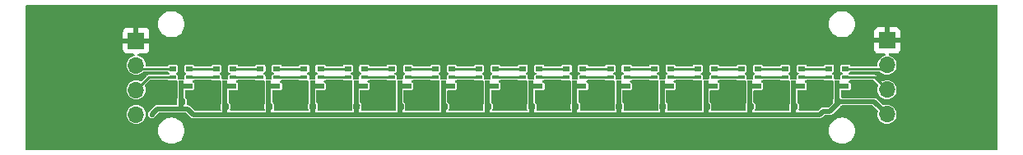
<source format=gbr>
%TF.GenerationSoftware,KiCad,Pcbnew,7.0.7*%
%TF.CreationDate,2024-07-29T17:51:35+02:00*%
%TF.ProjectId,LEDBAR,4c454442-4152-42e6-9b69-6361645f7063,rev?*%
%TF.SameCoordinates,Original*%
%TF.FileFunction,Copper,L1,Top*%
%TF.FilePolarity,Positive*%
%FSLAX46Y46*%
G04 Gerber Fmt 4.6, Leading zero omitted, Abs format (unit mm)*
G04 Created by KiCad (PCBNEW 7.0.7) date 2024-07-29 17:51:35*
%MOMM*%
%LPD*%
G01*
G04 APERTURE LIST*
G04 Aperture macros list*
%AMRoundRect*
0 Rectangle with rounded corners*
0 $1 Rounding radius*
0 $2 $3 $4 $5 $6 $7 $8 $9 X,Y pos of 4 corners*
0 Add a 4 corners polygon primitive as box body*
4,1,4,$2,$3,$4,$5,$6,$7,$8,$9,$2,$3,0*
0 Add four circle primitives for the rounded corners*
1,1,$1+$1,$2,$3*
1,1,$1+$1,$4,$5*
1,1,$1+$1,$6,$7*
1,1,$1+$1,$8,$9*
0 Add four rect primitives between the rounded corners*
20,1,$1+$1,$2,$3,$4,$5,0*
20,1,$1+$1,$4,$5,$6,$7,0*
20,1,$1+$1,$6,$7,$8,$9,0*
20,1,$1+$1,$8,$9,$2,$3,0*%
G04 Aperture macros list end*
%TA.AperFunction,SMDPad,CuDef*%
%ADD10RoundRect,0.155000X0.212500X0.155000X-0.212500X0.155000X-0.212500X-0.155000X0.212500X-0.155000X0*%
%TD*%
%TA.AperFunction,SMDPad,CuDef*%
%ADD11R,0.800000X0.500000*%
%TD*%
%TA.AperFunction,SMDPad,CuDef*%
%ADD12R,0.500000X1.000000*%
%TD*%
%TA.AperFunction,SMDPad,CuDef*%
%ADD13R,0.800000X0.300000*%
%TD*%
%TA.AperFunction,SMDPad,CuDef*%
%ADD14R,0.500000X1.480000*%
%TD*%
%TA.AperFunction,ComponentPad*%
%ADD15R,1.700000X1.700000*%
%TD*%
%TA.AperFunction,ComponentPad*%
%ADD16O,1.700000X1.700000*%
%TD*%
%TA.AperFunction,ViaPad*%
%ADD17C,0.560000*%
%TD*%
%TA.AperFunction,Conductor*%
%ADD18C,0.500000*%
%TD*%
%TA.AperFunction,Conductor*%
%ADD19C,0.250000*%
%TD*%
G04 APERTURE END LIST*
D10*
%TO.P,C13,1*%
%TO.N,VCC*%
X111567500Y-79500000D03*
%TO.P,C13,2*%
%TO.N,GND*%
X110432500Y-79500000D03*
%TD*%
D11*
%TO.P,D9,1,VDD*%
%TO.N,VCC*%
X98850000Y-77400000D03*
D12*
X98000000Y-77330000D03*
D13*
%TO.P,D9,2,CKO*%
%TO.N,Net-(D10-CKI)*%
X98850000Y-76500000D03*
D11*
%TO.P,D9,3,SDO*%
%TO.N,Net-(D10-SDI)*%
X98850000Y-75600000D03*
%TO.P,D9,4,SDI*%
%TO.N,/10x_Led/SDO*%
X97150000Y-75600000D03*
D13*
%TO.P,D9,5,CKI*%
%TO.N,/10x_Led/CKO*%
X97150000Y-76500000D03*
D14*
%TO.P,D9,6,GND*%
%TO.N,GND*%
X98000000Y-75910000D03*
D11*
X97150000Y-77400000D03*
%TD*%
%TO.P,D12,1,VDD*%
%TO.N,VCC*%
X112350000Y-77400000D03*
D12*
X111500000Y-77330000D03*
D13*
%TO.P,D12,2,CKO*%
%TO.N,Net-(D12-CKO)*%
X112350000Y-76500000D03*
D11*
%TO.P,D12,3,SDO*%
%TO.N,Net-(D12-SDO)*%
X112350000Y-75600000D03*
%TO.P,D12,4,SDI*%
%TO.N,Net-(D11-SDO)*%
X110650000Y-75600000D03*
D13*
%TO.P,D12,5,CKI*%
%TO.N,Net-(D11-CKO)*%
X110650000Y-76500000D03*
D14*
%TO.P,D12,6,GND*%
%TO.N,GND*%
X111500000Y-75910000D03*
D11*
X110650000Y-77400000D03*
%TD*%
D10*
%TO.P,C3,1*%
%TO.N,VCC*%
X66567500Y-79500000D03*
%TO.P,C3,2*%
%TO.N,GND*%
X65432500Y-79500000D03*
%TD*%
D11*
%TO.P,D4,1,VDD*%
%TO.N,VCC*%
X76350000Y-77400000D03*
D12*
X75500000Y-77330000D03*
D13*
%TO.P,D4,2,CKO*%
%TO.N,Net-(D4-CKO)*%
X76350000Y-76500000D03*
D11*
%TO.P,D4,3,SDO*%
%TO.N,Net-(D4-SDO)*%
X76350000Y-75600000D03*
%TO.P,D4,4,SDI*%
%TO.N,Net-(D3-SDO)*%
X74650000Y-75600000D03*
D13*
%TO.P,D4,5,CKI*%
%TO.N,Net-(D3-CKO)*%
X74650000Y-76500000D03*
D14*
%TO.P,D4,6,GND*%
%TO.N,GND*%
X75500000Y-75910000D03*
D11*
X74650000Y-77400000D03*
%TD*%
%TO.P,D11,1,VDD*%
%TO.N,VCC*%
X107850000Y-77400000D03*
D12*
X107000000Y-77330000D03*
D13*
%TO.P,D11,2,CKO*%
%TO.N,Net-(D11-CKO)*%
X107850000Y-76500000D03*
D11*
%TO.P,D11,3,SDO*%
%TO.N,Net-(D11-SDO)*%
X107850000Y-75600000D03*
%TO.P,D11,4,SDI*%
%TO.N,Net-(D10-SDO)*%
X106150000Y-75600000D03*
D13*
%TO.P,D11,5,CKI*%
%TO.N,Net-(D10-CKO)*%
X106150000Y-76500000D03*
D14*
%TO.P,D11,6,GND*%
%TO.N,GND*%
X107000000Y-75910000D03*
D11*
X106150000Y-77400000D03*
%TD*%
%TO.P,D15,1,VDD*%
%TO.N,VCC*%
X125850000Y-77400000D03*
D12*
X125000000Y-77330000D03*
D13*
%TO.P,D15,2,CKO*%
%TO.N,Net-(D15-CKO)*%
X125850000Y-76500000D03*
D11*
%TO.P,D15,3,SDO*%
%TO.N,Net-(D15-SDO)*%
X125850000Y-75600000D03*
%TO.P,D15,4,SDI*%
%TO.N,Net-(D14-SDO)*%
X124150000Y-75600000D03*
D13*
%TO.P,D15,5,CKI*%
%TO.N,Net-(D14-CKO)*%
X124150000Y-76500000D03*
D14*
%TO.P,D15,6,GND*%
%TO.N,GND*%
X125000000Y-75910000D03*
D11*
X124150000Y-77400000D03*
%TD*%
%TO.P,D7,1,VDD*%
%TO.N,VCC*%
X89850000Y-77400000D03*
D12*
X89000000Y-77330000D03*
D13*
%TO.P,D7,2,CKO*%
%TO.N,Net-(D7-CKO)*%
X89850000Y-76500000D03*
D11*
%TO.P,D7,3,SDO*%
%TO.N,Net-(D7-SDO)*%
X89850000Y-75600000D03*
%TO.P,D7,4,SDI*%
%TO.N,Net-(D6-SDO)*%
X88150000Y-75600000D03*
D13*
%TO.P,D7,5,CKI*%
%TO.N,Net-(D6-CKO)*%
X88150000Y-76500000D03*
D14*
%TO.P,D7,6,GND*%
%TO.N,GND*%
X89000000Y-75910000D03*
D11*
X88150000Y-77400000D03*
%TD*%
%TO.P,D13,1,VDD*%
%TO.N,VCC*%
X116850000Y-77400000D03*
D12*
X116000000Y-77330000D03*
D13*
%TO.P,D13,2,CKO*%
%TO.N,Net-(D13-CKO)*%
X116850000Y-76500000D03*
D11*
%TO.P,D13,3,SDO*%
%TO.N,Net-(D13-SDO)*%
X116850000Y-75600000D03*
%TO.P,D13,4,SDI*%
%TO.N,Net-(D12-SDO)*%
X115150000Y-75600000D03*
D13*
%TO.P,D13,5,CKI*%
%TO.N,Net-(D12-CKO)*%
X115150000Y-76500000D03*
D14*
%TO.P,D13,6,GND*%
%TO.N,GND*%
X116000000Y-75910000D03*
D11*
X115150000Y-77400000D03*
%TD*%
D10*
%TO.P,C17,1*%
%TO.N,VCC*%
X129567500Y-79000000D03*
%TO.P,C17,2*%
%TO.N,GND*%
X128432500Y-79000000D03*
%TD*%
%TO.P,C14,1*%
%TO.N,VCC*%
X116067500Y-79500000D03*
%TO.P,C14,2*%
%TO.N,GND*%
X114932500Y-79500000D03*
%TD*%
%TO.P,C8,1*%
%TO.N,VCC*%
X89067500Y-79500000D03*
%TO.P,C8,2*%
%TO.N,GND*%
X87932500Y-79500000D03*
%TD*%
D11*
%TO.P,D3,1,VDD*%
%TO.N,VCC*%
X71850000Y-77400000D03*
D12*
X71000000Y-77330000D03*
D13*
%TO.P,D3,2,CKO*%
%TO.N,Net-(D3-CKO)*%
X71850000Y-76500000D03*
D11*
%TO.P,D3,3,SDO*%
%TO.N,Net-(D3-SDO)*%
X71850000Y-75600000D03*
%TO.P,D3,4,SDI*%
%TO.N,Net-(D2-SDO)*%
X70150000Y-75600000D03*
D13*
%TO.P,D3,5,CKI*%
%TO.N,Net-(D2-CKO)*%
X70150000Y-76500000D03*
D14*
%TO.P,D3,6,GND*%
%TO.N,GND*%
X71000000Y-75910000D03*
D11*
X70150000Y-77400000D03*
%TD*%
D10*
%TO.P,C5,1*%
%TO.N,VCC*%
X75567500Y-79500000D03*
%TO.P,C5,2*%
%TO.N,GND*%
X74432500Y-79500000D03*
%TD*%
%TO.P,C9,1*%
%TO.N,VCC*%
X93567500Y-79500000D03*
%TO.P,C9,2*%
%TO.N,GND*%
X92432500Y-79500000D03*
%TD*%
D11*
%TO.P,D6,1,VDD*%
%TO.N,VCC*%
X85350000Y-77400000D03*
D12*
X84500000Y-77330000D03*
D13*
%TO.P,D6,2,CKO*%
%TO.N,Net-(D6-CKO)*%
X85350000Y-76500000D03*
D11*
%TO.P,D6,3,SDO*%
%TO.N,Net-(D6-SDO)*%
X85350000Y-75600000D03*
%TO.P,D6,4,SDI*%
%TO.N,Net-(D5-SDO)*%
X83650000Y-75600000D03*
D13*
%TO.P,D6,5,CKI*%
%TO.N,Net-(D5-CKO)*%
X83650000Y-76500000D03*
D14*
%TO.P,D6,6,GND*%
%TO.N,GND*%
X84500000Y-75910000D03*
D11*
X83650000Y-77400000D03*
%TD*%
%TO.P,D1,1,VDD*%
%TO.N,VCC*%
X62850000Y-77400000D03*
D12*
X62000000Y-77330000D03*
D13*
%TO.P,D1,2,CKO*%
%TO.N,Net-(D1-CKO)*%
X62850000Y-76500000D03*
D11*
%TO.P,D1,3,SDO*%
%TO.N,Net-(D1-SDO)*%
X62850000Y-75600000D03*
%TO.P,D1,4,SDI*%
%TO.N,SDI*%
X61150000Y-75600000D03*
D13*
%TO.P,D1,5,CKI*%
%TO.N,CKI*%
X61150000Y-76500000D03*
D14*
%TO.P,D1,6,GND*%
%TO.N,GND*%
X62000000Y-75910000D03*
D11*
X61150000Y-77400000D03*
%TD*%
%TO.P,D14,1,VDD*%
%TO.N,VCC*%
X121350000Y-77400000D03*
D12*
X120500000Y-77330000D03*
D13*
%TO.P,D14,2,CKO*%
%TO.N,Net-(D14-CKO)*%
X121350000Y-76500000D03*
D11*
%TO.P,D14,3,SDO*%
%TO.N,Net-(D14-SDO)*%
X121350000Y-75600000D03*
%TO.P,D14,4,SDI*%
%TO.N,Net-(D13-SDO)*%
X119650000Y-75600000D03*
D13*
%TO.P,D14,5,CKI*%
%TO.N,Net-(D13-CKO)*%
X119650000Y-76500000D03*
D14*
%TO.P,D14,6,GND*%
%TO.N,GND*%
X120500000Y-75910000D03*
D11*
X119650000Y-77400000D03*
%TD*%
%TO.P,D8,1,VDD*%
%TO.N,VCC*%
X94350000Y-77400000D03*
D12*
X93500000Y-77330000D03*
D13*
%TO.P,D8,2,CKO*%
%TO.N,/10x_Led/CKO*%
X94350000Y-76500000D03*
D11*
%TO.P,D8,3,SDO*%
%TO.N,/10x_Led/SDO*%
X94350000Y-75600000D03*
%TO.P,D8,4,SDI*%
%TO.N,Net-(D7-SDO)*%
X92650000Y-75600000D03*
D13*
%TO.P,D8,5,CKI*%
%TO.N,Net-(D7-CKO)*%
X92650000Y-76500000D03*
D14*
%TO.P,D8,6,GND*%
%TO.N,GND*%
X93500000Y-75910000D03*
D11*
X92650000Y-77400000D03*
%TD*%
D10*
%TO.P,C15,1*%
%TO.N,VCC*%
X120567500Y-79500000D03*
%TO.P,C15,2*%
%TO.N,GND*%
X119432500Y-79500000D03*
%TD*%
D11*
%TO.P,D10,1,VDD*%
%TO.N,VCC*%
X103350000Y-77400000D03*
D12*
X102500000Y-77330000D03*
D13*
%TO.P,D10,2,CKO*%
%TO.N,Net-(D10-CKO)*%
X103350000Y-76500000D03*
D11*
%TO.P,D10,3,SDO*%
%TO.N,Net-(D10-SDO)*%
X103350000Y-75600000D03*
%TO.P,D10,4,SDI*%
%TO.N,Net-(D10-SDI)*%
X101650000Y-75600000D03*
D13*
%TO.P,D10,5,CKI*%
%TO.N,Net-(D10-CKI)*%
X101650000Y-76500000D03*
D14*
%TO.P,D10,6,GND*%
%TO.N,GND*%
X102500000Y-75910000D03*
D11*
X101650000Y-77400000D03*
%TD*%
%TO.P,D16,1,VDD*%
%TO.N,VCC*%
X130350000Y-77400000D03*
D12*
X129500000Y-77330000D03*
D13*
%TO.P,D16,2,CKO*%
%TO.N,CKO*%
X130350000Y-76500000D03*
D11*
%TO.P,D16,3,SDO*%
%TO.N,SDO*%
X130350000Y-75600000D03*
%TO.P,D16,4,SDI*%
%TO.N,Net-(D15-SDO)*%
X128650000Y-75600000D03*
D13*
%TO.P,D16,5,CKI*%
%TO.N,Net-(D15-CKO)*%
X128650000Y-76500000D03*
D14*
%TO.P,D16,6,GND*%
%TO.N,GND*%
X129500000Y-75910000D03*
D11*
X128650000Y-77400000D03*
%TD*%
%TO.P,D2,1,VDD*%
%TO.N,VCC*%
X67350000Y-77400000D03*
D12*
X66500000Y-77330000D03*
D13*
%TO.P,D2,2,CKO*%
%TO.N,Net-(D2-CKO)*%
X67350000Y-76500000D03*
D11*
%TO.P,D2,3,SDO*%
%TO.N,Net-(D2-SDO)*%
X67350000Y-75600000D03*
%TO.P,D2,4,SDI*%
%TO.N,Net-(D1-SDO)*%
X65650000Y-75600000D03*
D13*
%TO.P,D2,5,CKI*%
%TO.N,Net-(D1-CKO)*%
X65650000Y-76500000D03*
D14*
%TO.P,D2,6,GND*%
%TO.N,GND*%
X66500000Y-75910000D03*
D11*
X65650000Y-77400000D03*
%TD*%
D10*
%TO.P,C4,1*%
%TO.N,VCC*%
X71067500Y-79500000D03*
%TO.P,C4,2*%
%TO.N,GND*%
X69932500Y-79500000D03*
%TD*%
%TO.P,C12,1*%
%TO.N,VCC*%
X107067500Y-79500000D03*
%TO.P,C12,2*%
%TO.N,GND*%
X105932500Y-79500000D03*
%TD*%
%TO.P,C6,1*%
%TO.N,VCC*%
X80067500Y-79500000D03*
%TO.P,C6,2*%
%TO.N,GND*%
X78932500Y-79500000D03*
%TD*%
%TO.P,C7,1*%
%TO.N,VCC*%
X84567500Y-79500000D03*
%TO.P,C7,2*%
%TO.N,GND*%
X83432500Y-79500000D03*
%TD*%
D11*
%TO.P,D5,1,VDD*%
%TO.N,VCC*%
X80850000Y-77400000D03*
D12*
X80000000Y-77330000D03*
D13*
%TO.P,D5,2,CKO*%
%TO.N,Net-(D5-CKO)*%
X80850000Y-76500000D03*
D11*
%TO.P,D5,3,SDO*%
%TO.N,Net-(D5-SDO)*%
X80850000Y-75600000D03*
%TO.P,D5,4,SDI*%
%TO.N,Net-(D4-SDO)*%
X79150000Y-75600000D03*
D13*
%TO.P,D5,5,CKI*%
%TO.N,Net-(D4-CKO)*%
X79150000Y-76500000D03*
D14*
%TO.P,D5,6,GND*%
%TO.N,GND*%
X80000000Y-75910000D03*
D11*
X79150000Y-77400000D03*
%TD*%
D10*
%TO.P,C11,1*%
%TO.N,VCC*%
X102567500Y-79500000D03*
%TO.P,C11,2*%
%TO.N,GND*%
X101432500Y-79500000D03*
%TD*%
%TO.P,C16,1*%
%TO.N,VCC*%
X125067500Y-79500000D03*
%TO.P,C16,2*%
%TO.N,GND*%
X123932500Y-79500000D03*
%TD*%
%TO.P,C10,1*%
%TO.N,VCC*%
X98067500Y-79500000D03*
%TO.P,C10,2*%
%TO.N,GND*%
X96932500Y-79500000D03*
%TD*%
%TO.P,C2,1*%
%TO.N,VCC*%
X62067500Y-79000000D03*
%TO.P,C2,2*%
%TO.N,GND*%
X60932500Y-79000000D03*
%TD*%
D15*
%TO.P,J1,1,Pin_1*%
%TO.N,GND*%
X57375000Y-72700000D03*
D16*
%TO.P,J1,2,Pin_2*%
%TO.N,SDI*%
X57375000Y-75240000D03*
%TO.P,J1,3,Pin_3*%
%TO.N,CKI*%
X57375000Y-77780000D03*
%TO.P,J1,4,Pin_4*%
%TO.N,VCC*%
X57375000Y-80320000D03*
%TD*%
D15*
%TO.P,J2,1,Pin_1*%
%TO.N,GND*%
X134625000Y-72680000D03*
D16*
%TO.P,J2,2,Pin_2*%
%TO.N,SDO*%
X134625000Y-75220000D03*
%TO.P,J2,3,Pin_3*%
%TO.N,CKO*%
X134625000Y-77760000D03*
%TO.P,J2,4,Pin_4*%
%TO.N,VCC*%
X134625000Y-80300000D03*
%TD*%
D17*
%TO.N,VCC*%
X59000000Y-80320000D03*
%TO.N,GND*%
X115000000Y-70000000D03*
X116000000Y-74500000D03*
X137500000Y-77500000D03*
X77500000Y-72500000D03*
X80000000Y-70000000D03*
X120000000Y-82500000D03*
X105932500Y-78367500D03*
X75500000Y-74500000D03*
X83432500Y-78367500D03*
X60932500Y-78250000D03*
X50000000Y-80000000D03*
X115000000Y-82500000D03*
X78932500Y-78367500D03*
X80000000Y-82500000D03*
X107000000Y-74500000D03*
X66500000Y-74500000D03*
X52500000Y-72500000D03*
X145000000Y-75000000D03*
X110000000Y-82500000D03*
X117500000Y-72500000D03*
X142500000Y-77500000D03*
X100000000Y-82500000D03*
X92432500Y-78367500D03*
X125000000Y-82500000D03*
X80000000Y-74500000D03*
X120000000Y-70000000D03*
X97500000Y-72500000D03*
X96932500Y-78367500D03*
X71000000Y-74500000D03*
X87932500Y-78367500D03*
X52500000Y-77500000D03*
X122500000Y-72500000D03*
X135000000Y-70000000D03*
X125000000Y-70000000D03*
X69932500Y-78367500D03*
X75000000Y-82500000D03*
X75000000Y-70000000D03*
X65000000Y-82500000D03*
X105000000Y-70000000D03*
X65000000Y-70000000D03*
X87500000Y-72500000D03*
X92500000Y-72500000D03*
X74432500Y-78367500D03*
X111500000Y-74500000D03*
X95000000Y-82500000D03*
X72500000Y-72500000D03*
X90000000Y-82500000D03*
X114932500Y-78367500D03*
X142500000Y-82500000D03*
X129500000Y-74500000D03*
X145000000Y-80000000D03*
X137500000Y-82500000D03*
X110432500Y-78367500D03*
X145000000Y-70000000D03*
X50000000Y-70000000D03*
X119432500Y-78367500D03*
X128432500Y-78250000D03*
X90000000Y-70000000D03*
X137500000Y-72500000D03*
X89000000Y-74500000D03*
X84500000Y-74500000D03*
X82500000Y-72500000D03*
X55000000Y-80000000D03*
X85000000Y-70000000D03*
X140000000Y-80000000D03*
X120500000Y-74500000D03*
X95000000Y-70000000D03*
X110000000Y-70000000D03*
X142500000Y-72500000D03*
X98000000Y-74500000D03*
X55000000Y-75000000D03*
X101432500Y-78367500D03*
X140000000Y-70000000D03*
X123932500Y-78367500D03*
X70000000Y-82500000D03*
X112500000Y-72500000D03*
X125000000Y-74500000D03*
X100000000Y-70000000D03*
X102500000Y-72500000D03*
X52500000Y-82500000D03*
X93500000Y-74500000D03*
X140000000Y-75000000D03*
X102500000Y-74500000D03*
X70000000Y-70000000D03*
X50000000Y-75000000D03*
X55000000Y-70000000D03*
X65432500Y-78367500D03*
X85000000Y-82500000D03*
X67500000Y-72500000D03*
X107500000Y-72500000D03*
X62000000Y-74500000D03*
X105000000Y-82500000D03*
%TD*%
D18*
%TO.N,VCC*%
X107070000Y-77400000D02*
X107000000Y-77330000D01*
D19*
X80250000Y-79317500D02*
X80067500Y-79500000D01*
D18*
X75500000Y-80320000D02*
X80000000Y-80320000D01*
X66570000Y-77400000D02*
X66500000Y-77330000D01*
X75570000Y-77400000D02*
X75500000Y-77330000D01*
X89000000Y-77330000D02*
X89000000Y-80320000D01*
X107000000Y-77330000D02*
X107000000Y-80320000D01*
X129570000Y-77490000D02*
X129500000Y-77420000D01*
X129500000Y-77330000D02*
X129500000Y-78932500D01*
X76350000Y-77400000D02*
X75570000Y-77400000D01*
X71000000Y-80320000D02*
X75500000Y-80320000D01*
X98070000Y-77400000D02*
X98000000Y-77330000D01*
X85350000Y-77400000D02*
X84570000Y-77400000D01*
X66500000Y-79432500D02*
X66567500Y-79500000D01*
X111500000Y-77330000D02*
X111500000Y-80320000D01*
X71000000Y-79432500D02*
X71067500Y-79500000D01*
X102500000Y-80320000D02*
X107000000Y-80320000D01*
X89850000Y-77400000D02*
X89070000Y-77400000D01*
X116850000Y-77400000D02*
X116070000Y-77400000D01*
X59500000Y-79750000D02*
X62680000Y-79750000D01*
X98850000Y-77400000D02*
X98070000Y-77400000D01*
X66567500Y-79500000D02*
X66500000Y-79567500D01*
X130350000Y-77400000D02*
X129570000Y-77400000D01*
X75500000Y-79432500D02*
X75567500Y-79500000D01*
X120570000Y-77400000D02*
X120500000Y-77330000D01*
X116070000Y-77400000D02*
X116000000Y-77330000D01*
X125850000Y-77400000D02*
X125070000Y-77400000D01*
X66500000Y-77330000D02*
X66500000Y-79432500D01*
X84500000Y-80320000D02*
X89000000Y-80320000D01*
X67350000Y-77400000D02*
X66570000Y-77400000D01*
X89000000Y-80320000D02*
X93500000Y-80320000D01*
X71000000Y-79567500D02*
X71000000Y-80320000D01*
X84570000Y-77400000D02*
X84500000Y-77330000D01*
X111500000Y-80320000D02*
X116000000Y-80320000D01*
X125000000Y-77330000D02*
X125000000Y-80320000D01*
X125070000Y-77400000D02*
X125000000Y-77330000D01*
X120500000Y-80320000D02*
X125000000Y-80320000D01*
X89070000Y-77400000D02*
X89000000Y-77330000D01*
X71000000Y-77330000D02*
X71000000Y-79432500D01*
X62680000Y-79750000D02*
X63250000Y-80320000D01*
X133325000Y-79000000D02*
X134625000Y-80300000D01*
X102500000Y-77330000D02*
X102500000Y-80320000D01*
X98067500Y-80252500D02*
X98000000Y-80320000D01*
X129500000Y-78932500D02*
X129567500Y-79000000D01*
X94350000Y-77400000D02*
X93570000Y-77400000D01*
X98000000Y-79432500D02*
X98067500Y-79500000D01*
X116000000Y-80320000D02*
X120500000Y-80320000D01*
X103350000Y-77400000D02*
X102570000Y-77400000D01*
X63250000Y-80320000D02*
X66500000Y-80320000D01*
X129567500Y-79182500D02*
X129567500Y-79000000D01*
X71067500Y-79500000D02*
X71000000Y-79567500D01*
X93500000Y-80320000D02*
X98000000Y-80320000D01*
X129570000Y-77400000D02*
X129500000Y-77330000D01*
X98000000Y-77330000D02*
X98000000Y-79432500D01*
X80850000Y-77400000D02*
X80070000Y-77400000D01*
X66500000Y-79567500D02*
X66500000Y-80320000D01*
X116000000Y-77330000D02*
X116000000Y-80320000D01*
X134605000Y-80320000D02*
X134625000Y-80300000D01*
X71850000Y-77400000D02*
X71070000Y-77400000D01*
X111570000Y-77400000D02*
X111500000Y-77330000D01*
X129567500Y-79000000D02*
X133325000Y-79000000D01*
X98000000Y-80320000D02*
X102500000Y-80320000D01*
X75500000Y-77330000D02*
X75500000Y-80320000D01*
D19*
X75567500Y-79500000D02*
X75500000Y-79567500D01*
D18*
X107000000Y-80320000D02*
X111500000Y-80320000D01*
X102570000Y-77400000D02*
X102500000Y-77330000D01*
X120500000Y-77330000D02*
X120500000Y-80320000D01*
X62850000Y-77400000D02*
X62070000Y-77400000D01*
X80070000Y-77400000D02*
X80000000Y-77330000D01*
X121350000Y-77400000D02*
X120570000Y-77400000D01*
X107850000Y-77400000D02*
X107070000Y-77400000D01*
X59000000Y-80320000D02*
X59000000Y-80250000D01*
X112350000Y-77400000D02*
X111570000Y-77400000D01*
X93570000Y-77400000D02*
X93500000Y-77330000D01*
X66500000Y-80320000D02*
X71000000Y-80320000D01*
X93500000Y-77330000D02*
X93500000Y-80320000D01*
X128750000Y-80000000D02*
X129567500Y-79182500D01*
X62000000Y-77330000D02*
X62000000Y-79432500D01*
X80000000Y-77330000D02*
X80000000Y-80320000D01*
X80000000Y-80320000D02*
X84500000Y-80320000D01*
X62070000Y-77400000D02*
X62000000Y-77330000D01*
X128000000Y-80000000D02*
X128750000Y-80000000D01*
X59000000Y-80250000D02*
X59500000Y-79750000D01*
X127680000Y-80320000D02*
X128000000Y-80000000D01*
X71070000Y-77400000D02*
X71000000Y-77330000D01*
X84500000Y-77330000D02*
X84500000Y-80320000D01*
X98067500Y-79500000D02*
X98067500Y-80252500D01*
X125000000Y-80320000D02*
X127680000Y-80320000D01*
D19*
%TO.N,Net-(D1-CKO)*%
X62850000Y-76500000D02*
X65650000Y-76500000D01*
%TO.N,Net-(D1-SDO)*%
X62850000Y-75600000D02*
X65650000Y-75600000D01*
%TO.N,SDI*%
X61150000Y-75600000D02*
X57735000Y-75600000D01*
X57735000Y-75600000D02*
X57375000Y-75240000D01*
%TO.N,CKI*%
X61150000Y-76500000D02*
X58655000Y-76500000D01*
X58655000Y-76500000D02*
X57375000Y-77780000D01*
D18*
%TO.N,GND*%
X98000000Y-74500000D02*
X98000000Y-75910000D01*
X128432500Y-77707500D02*
X128432500Y-79000000D01*
X120500000Y-74500000D02*
X120500000Y-75910000D01*
X125000000Y-74500000D02*
X125000000Y-75910000D01*
X111500000Y-74500000D02*
X111500000Y-75910000D01*
X65432500Y-79500000D02*
X65432500Y-77617500D01*
X110432500Y-77617500D02*
X110650000Y-77400000D01*
X114932500Y-77617500D02*
X115150000Y-77400000D01*
X93500000Y-74500000D02*
X93500000Y-75910000D01*
X66500000Y-74500000D02*
X66500000Y-75910000D01*
X71000000Y-74500000D02*
X71000000Y-75910000D01*
X74432500Y-79500000D02*
X74432500Y-77617500D01*
X96932500Y-79500000D02*
X96932500Y-77617500D01*
X87932500Y-77617500D02*
X88150000Y-77400000D01*
X61150000Y-77400000D02*
X60932500Y-77617500D01*
X102500000Y-74500000D02*
X102500000Y-75910000D01*
X123932500Y-77617500D02*
X124150000Y-77400000D01*
X78932500Y-79500000D02*
X78932500Y-77617500D01*
X101432500Y-79500000D02*
X101432500Y-77617500D01*
X110432500Y-79500000D02*
X110432500Y-77617500D01*
X107000000Y-74500000D02*
X107000000Y-75910000D01*
X114932500Y-79500000D02*
X114932500Y-77617500D01*
X101432500Y-77617500D02*
X101650000Y-77400000D01*
X119432500Y-77617500D02*
X119650000Y-77400000D01*
X84500000Y-74500000D02*
X84500000Y-75910000D01*
X83432500Y-79500000D02*
X83432500Y-77617500D01*
X60932500Y-77617500D02*
X60932500Y-79000000D01*
X69932500Y-77617500D02*
X70150000Y-77400000D01*
X75500000Y-74500000D02*
X75500000Y-75910000D01*
X89000000Y-74500000D02*
X89000000Y-75910000D01*
X128432500Y-77707500D02*
X128650000Y-77490000D01*
X74432500Y-77617500D02*
X74650000Y-77400000D01*
X116000000Y-74500000D02*
X116000000Y-75910000D01*
X69932500Y-79500000D02*
X69932500Y-77617500D01*
X78932500Y-77617500D02*
X79150000Y-77400000D01*
X92432500Y-79500000D02*
X92432500Y-77617500D01*
X65432500Y-77617500D02*
X65650000Y-77400000D01*
X87932500Y-79500000D02*
X87932500Y-77617500D01*
X83432500Y-77617500D02*
X83650000Y-77400000D01*
X96932500Y-77617500D02*
X97150000Y-77400000D01*
X119432500Y-79500000D02*
X119432500Y-77617500D01*
X80000000Y-74500000D02*
X80000000Y-75910000D01*
X92432500Y-77617500D02*
X92650000Y-77400000D01*
X123932500Y-79500000D02*
X123932500Y-77617500D01*
X129500000Y-74500000D02*
X129500000Y-75910000D01*
X105932500Y-77617500D02*
X106150000Y-77400000D01*
X105932500Y-79500000D02*
X105932500Y-77617500D01*
X62000000Y-75910000D02*
X62000000Y-74500000D01*
D19*
%TO.N,Net-(D2-CKO)*%
X67350000Y-76500000D02*
X70150000Y-76500000D01*
%TO.N,Net-(D2-SDO)*%
X67350000Y-75600000D02*
X70150000Y-75600000D01*
%TO.N,Net-(D3-CKO)*%
X71850000Y-76500000D02*
X74650000Y-76500000D01*
%TO.N,Net-(D3-SDO)*%
X71850000Y-75600000D02*
X74650000Y-75600000D01*
%TO.N,Net-(D4-CKO)*%
X76350000Y-76500000D02*
X79150000Y-76500000D01*
%TO.N,Net-(D4-SDO)*%
X76350000Y-75600000D02*
X79150000Y-75600000D01*
%TO.N,Net-(D5-CKO)*%
X80850000Y-76500000D02*
X83650000Y-76500000D01*
%TO.N,Net-(D5-SDO)*%
X80850000Y-75600000D02*
X83650000Y-75600000D01*
%TO.N,Net-(D6-CKO)*%
X85350000Y-76500000D02*
X88150000Y-76500000D01*
%TO.N,Net-(D6-SDO)*%
X85350000Y-75600000D02*
X88150000Y-75600000D01*
%TO.N,Net-(D7-CKO)*%
X89850000Y-76500000D02*
X92650000Y-76500000D01*
%TO.N,Net-(D7-SDO)*%
X89850000Y-75600000D02*
X92650000Y-75600000D01*
%TO.N,/10x_Led/CKO*%
X94350000Y-76500000D02*
X97150000Y-76500000D01*
%TO.N,/10x_Led/SDO*%
X94350000Y-75600000D02*
X97150000Y-75600000D01*
%TO.N,Net-(D10-CKI)*%
X98850000Y-76500000D02*
X101650000Y-76500000D01*
%TO.N,Net-(D10-SDI)*%
X98850000Y-75600000D02*
X101650000Y-75600000D01*
%TO.N,Net-(D10-CKO)*%
X103350000Y-76500000D02*
X106150000Y-76500000D01*
%TO.N,Net-(D10-SDO)*%
X103350000Y-75600000D02*
X106150000Y-75600000D01*
%TO.N,Net-(D11-CKO)*%
X107850000Y-76500000D02*
X110650000Y-76500000D01*
%TO.N,Net-(D11-SDO)*%
X107850000Y-75600000D02*
X110650000Y-75600000D01*
%TO.N,Net-(D12-CKO)*%
X112350000Y-76500000D02*
X115150000Y-76500000D01*
%TO.N,Net-(D12-SDO)*%
X112350000Y-75600000D02*
X115150000Y-75600000D01*
%TO.N,Net-(D13-CKO)*%
X116850000Y-76500000D02*
X119650000Y-76500000D01*
%TO.N,Net-(D13-SDO)*%
X116850000Y-75600000D02*
X119650000Y-75600000D01*
%TO.N,Net-(D14-CKO)*%
X121350000Y-76500000D02*
X124150000Y-76500000D01*
%TO.N,Net-(D14-SDO)*%
X121350000Y-75600000D02*
X124150000Y-75600000D01*
%TO.N,Net-(D15-CKO)*%
X125850000Y-76500000D02*
X128650000Y-76500000D01*
%TO.N,Net-(D15-SDO)*%
X128560000Y-75600000D02*
X128650000Y-75690000D01*
X125850000Y-75600000D02*
X128560000Y-75600000D01*
%TO.N,CKO*%
X130350000Y-76500000D02*
X133365000Y-76500000D01*
X133365000Y-76500000D02*
X134625000Y-77760000D01*
%TO.N,SDO*%
X134245000Y-75600000D02*
X134625000Y-75220000D01*
X130350000Y-75600000D02*
X134245000Y-75600000D01*
%TD*%
%TA.AperFunction,Conductor*%
%TO.N,GND*%
G36*
X65188029Y-76767691D02*
G01*
X65188967Y-76765428D01*
X65200248Y-76770101D01*
X65200251Y-76770101D01*
X65200252Y-76770102D01*
X65219092Y-76773849D01*
X65237441Y-76777500D01*
X65998500Y-76777500D01*
X66065539Y-76797185D01*
X66111294Y-76849989D01*
X66122500Y-76901500D01*
X66122500Y-77277987D01*
X66119861Y-77303432D01*
X66119860Y-77303438D01*
X66117606Y-77314184D01*
X66122023Y-77349616D01*
X66122500Y-77357292D01*
X66122500Y-79146012D01*
X66111934Y-79196099D01*
X66075241Y-79279198D01*
X66072500Y-79302824D01*
X66072500Y-79697175D01*
X66075241Y-79720802D01*
X66075242Y-79720804D01*
X66096264Y-79768414D01*
X66105336Y-79837692D01*
X66075513Y-79900877D01*
X66016263Y-79937908D01*
X65982830Y-79942500D01*
X63457727Y-79942500D01*
X63390688Y-79922815D01*
X63370046Y-79906181D01*
X63184669Y-79720804D01*
X62983710Y-79519844D01*
X62967584Y-79499987D01*
X62961576Y-79490791D01*
X62951959Y-79483306D01*
X62944007Y-79477116D01*
X62933396Y-79468857D01*
X62927634Y-79463768D01*
X62924813Y-79460947D01*
X62924811Y-79460946D01*
X62919154Y-79456907D01*
X62905705Y-79447304D01*
X62863282Y-79414285D01*
X62862157Y-79413409D01*
X62855194Y-79409642D01*
X62848091Y-79406169D01*
X62848089Y-79406168D01*
X62835953Y-79402554D01*
X62795193Y-79390419D01*
X62742995Y-79372499D01*
X62735199Y-79371198D01*
X62727335Y-79370218D01*
X62685980Y-79371929D01*
X62618184Y-79355031D01*
X62570286Y-79304163D01*
X62557494Y-79235475D01*
X62558991Y-79227411D01*
X62559757Y-79220801D01*
X62559759Y-79220799D01*
X62562500Y-79197174D01*
X62562500Y-78802826D01*
X62559759Y-78779201D01*
X62552265Y-78762230D01*
X62517100Y-78682588D01*
X62517099Y-78682587D01*
X62517098Y-78682584D01*
X62442416Y-78607902D01*
X62442415Y-78607901D01*
X62442414Y-78607900D01*
X62432938Y-78601409D01*
X62435166Y-78598155D01*
X62398018Y-78566760D01*
X62377509Y-78499968D01*
X62377500Y-78498440D01*
X62377500Y-77901500D01*
X62397185Y-77834461D01*
X62449989Y-77788706D01*
X62501500Y-77777500D01*
X63262559Y-77777500D01*
X63269957Y-77776028D01*
X63299748Y-77770102D01*
X63341922Y-77741922D01*
X63370102Y-77699748D01*
X63377500Y-77662558D01*
X63377500Y-77137442D01*
X63370102Y-77100252D01*
X63346854Y-77065459D01*
X63341922Y-77058077D01*
X63299749Y-77029898D01*
X63258120Y-77021617D01*
X63196210Y-76989230D01*
X63161637Y-76928514D01*
X63165378Y-76858744D01*
X63206246Y-76802073D01*
X63258120Y-76778383D01*
X63270635Y-76775893D01*
X63299748Y-76770102D01*
X63299748Y-76770101D01*
X63299751Y-76770101D01*
X63311033Y-76765428D01*
X63312093Y-76767987D01*
X63361497Y-76752520D01*
X63363707Y-76752500D01*
X65136293Y-76752500D01*
X65188029Y-76767691D01*
G37*
%TD.AperFunction*%
%TA.AperFunction,Conductor*%
G36*
X69688029Y-76767691D02*
G01*
X69688967Y-76765428D01*
X69700248Y-76770101D01*
X69700251Y-76770101D01*
X69700252Y-76770102D01*
X69719092Y-76773849D01*
X69737441Y-76777500D01*
X70498500Y-76777500D01*
X70565539Y-76797185D01*
X70611294Y-76849989D01*
X70622500Y-76901500D01*
X70622500Y-77277987D01*
X70619861Y-77303432D01*
X70619860Y-77303438D01*
X70617606Y-77314184D01*
X70622023Y-77349616D01*
X70622500Y-77357292D01*
X70622500Y-79146012D01*
X70611934Y-79196099D01*
X70575241Y-79279198D01*
X70572500Y-79302824D01*
X70572500Y-79697175D01*
X70575241Y-79720802D01*
X70575242Y-79720804D01*
X70596264Y-79768414D01*
X70605336Y-79837692D01*
X70575513Y-79900877D01*
X70516263Y-79937908D01*
X70482830Y-79942500D01*
X67152170Y-79942500D01*
X67085131Y-79922815D01*
X67039376Y-79870011D01*
X67029432Y-79800853D01*
X67038736Y-79768414D01*
X67059757Y-79720804D01*
X67059758Y-79720802D01*
X67059758Y-79720801D01*
X67059759Y-79720799D01*
X67062500Y-79697174D01*
X67062500Y-79302826D01*
X67059759Y-79279201D01*
X67059757Y-79279197D01*
X67017100Y-79182588D01*
X67017099Y-79182587D01*
X67017098Y-79182584D01*
X66942416Y-79107902D01*
X66942415Y-79107901D01*
X66942414Y-79107900D01*
X66932938Y-79101409D01*
X66935166Y-79098155D01*
X66898018Y-79066760D01*
X66877509Y-78999968D01*
X66877500Y-78998440D01*
X66877500Y-77901500D01*
X66897185Y-77834461D01*
X66949989Y-77788706D01*
X67001500Y-77777500D01*
X67762559Y-77777500D01*
X67769957Y-77776028D01*
X67799748Y-77770102D01*
X67841922Y-77741922D01*
X67870102Y-77699748D01*
X67877500Y-77662558D01*
X67877500Y-77137442D01*
X67870102Y-77100252D01*
X67846854Y-77065459D01*
X67841922Y-77058077D01*
X67799749Y-77029898D01*
X67758120Y-77021617D01*
X67696210Y-76989230D01*
X67661637Y-76928514D01*
X67665378Y-76858744D01*
X67706246Y-76802073D01*
X67758120Y-76778383D01*
X67770635Y-76775893D01*
X67799748Y-76770102D01*
X67799748Y-76770101D01*
X67799751Y-76770101D01*
X67811033Y-76765428D01*
X67812093Y-76767987D01*
X67861497Y-76752520D01*
X67863707Y-76752500D01*
X69636293Y-76752500D01*
X69688029Y-76767691D01*
G37*
%TD.AperFunction*%
%TA.AperFunction,Conductor*%
G36*
X74188029Y-76767691D02*
G01*
X74188967Y-76765428D01*
X74200248Y-76770101D01*
X74200251Y-76770101D01*
X74200252Y-76770102D01*
X74219092Y-76773849D01*
X74237441Y-76777500D01*
X74998500Y-76777500D01*
X75065539Y-76797185D01*
X75111294Y-76849989D01*
X75122500Y-76901500D01*
X75122500Y-77277987D01*
X75119861Y-77303432D01*
X75119860Y-77303438D01*
X75117606Y-77314184D01*
X75122023Y-77349616D01*
X75122500Y-77357292D01*
X75122500Y-79146012D01*
X75111934Y-79196099D01*
X75075241Y-79279198D01*
X75072500Y-79302824D01*
X75072500Y-79697175D01*
X75075241Y-79720802D01*
X75075242Y-79720804D01*
X75096264Y-79768414D01*
X75105336Y-79837692D01*
X75075513Y-79900877D01*
X75016263Y-79937908D01*
X74982830Y-79942500D01*
X71652170Y-79942500D01*
X71585131Y-79922815D01*
X71539376Y-79870011D01*
X71529432Y-79800853D01*
X71538736Y-79768414D01*
X71559757Y-79720804D01*
X71559758Y-79720802D01*
X71559758Y-79720801D01*
X71559759Y-79720799D01*
X71562500Y-79697174D01*
X71562500Y-79302826D01*
X71559759Y-79279201D01*
X71559757Y-79279197D01*
X71517100Y-79182588D01*
X71517099Y-79182587D01*
X71517098Y-79182584D01*
X71442416Y-79107902D01*
X71442415Y-79107901D01*
X71442414Y-79107900D01*
X71432938Y-79101409D01*
X71435166Y-79098155D01*
X71398018Y-79066760D01*
X71377509Y-78999968D01*
X71377500Y-78998440D01*
X71377500Y-77901500D01*
X71397185Y-77834461D01*
X71449989Y-77788706D01*
X71501500Y-77777500D01*
X72262559Y-77777500D01*
X72269957Y-77776028D01*
X72299748Y-77770102D01*
X72341922Y-77741922D01*
X72370102Y-77699748D01*
X72377500Y-77662558D01*
X72377500Y-77137442D01*
X72370102Y-77100252D01*
X72346854Y-77065459D01*
X72341922Y-77058077D01*
X72299749Y-77029898D01*
X72258120Y-77021617D01*
X72196210Y-76989230D01*
X72161637Y-76928514D01*
X72165378Y-76858744D01*
X72206246Y-76802073D01*
X72258120Y-76778383D01*
X72270635Y-76775893D01*
X72299748Y-76770102D01*
X72299748Y-76770101D01*
X72299751Y-76770101D01*
X72311033Y-76765428D01*
X72312093Y-76767987D01*
X72361497Y-76752520D01*
X72363707Y-76752500D01*
X74136293Y-76752500D01*
X74188029Y-76767691D01*
G37*
%TD.AperFunction*%
%TA.AperFunction,Conductor*%
G36*
X78688029Y-76767691D02*
G01*
X78688967Y-76765428D01*
X78700248Y-76770101D01*
X78700251Y-76770101D01*
X78700252Y-76770102D01*
X78719092Y-76773849D01*
X78737441Y-76777500D01*
X79498500Y-76777500D01*
X79565539Y-76797185D01*
X79611294Y-76849989D01*
X79622500Y-76901500D01*
X79622500Y-77277987D01*
X79619861Y-77303432D01*
X79619860Y-77303438D01*
X79617606Y-77314184D01*
X79622023Y-77349616D01*
X79622500Y-77357292D01*
X79622500Y-79146012D01*
X79611934Y-79196099D01*
X79575241Y-79279198D01*
X79572500Y-79302824D01*
X79572500Y-79697175D01*
X79575241Y-79720802D01*
X79575242Y-79720804D01*
X79596264Y-79768414D01*
X79605336Y-79837692D01*
X79575513Y-79900877D01*
X79516263Y-79937908D01*
X79482830Y-79942500D01*
X76152170Y-79942500D01*
X76085131Y-79922815D01*
X76039376Y-79870011D01*
X76029432Y-79800853D01*
X76038736Y-79768414D01*
X76059757Y-79720804D01*
X76059758Y-79720802D01*
X76059758Y-79720801D01*
X76059759Y-79720799D01*
X76062500Y-79697174D01*
X76062500Y-79302826D01*
X76059759Y-79279201D01*
X76059757Y-79279197D01*
X76017100Y-79182588D01*
X76017099Y-79182587D01*
X76017098Y-79182584D01*
X75942416Y-79107902D01*
X75942415Y-79107901D01*
X75942414Y-79107900D01*
X75932938Y-79101409D01*
X75935166Y-79098155D01*
X75898018Y-79066760D01*
X75877509Y-78999968D01*
X75877500Y-78998440D01*
X75877500Y-77901500D01*
X75897185Y-77834461D01*
X75949989Y-77788706D01*
X76001500Y-77777500D01*
X76762559Y-77777500D01*
X76769957Y-77776028D01*
X76799748Y-77770102D01*
X76841922Y-77741922D01*
X76870102Y-77699748D01*
X76877500Y-77662558D01*
X76877500Y-77137442D01*
X76870102Y-77100252D01*
X76846854Y-77065459D01*
X76841922Y-77058077D01*
X76799749Y-77029898D01*
X76758120Y-77021617D01*
X76696210Y-76989230D01*
X76661637Y-76928514D01*
X76665378Y-76858744D01*
X76706246Y-76802073D01*
X76758120Y-76778383D01*
X76770635Y-76775893D01*
X76799748Y-76770102D01*
X76799748Y-76770101D01*
X76799751Y-76770101D01*
X76811033Y-76765428D01*
X76812093Y-76767987D01*
X76861497Y-76752520D01*
X76863707Y-76752500D01*
X78636293Y-76752500D01*
X78688029Y-76767691D01*
G37*
%TD.AperFunction*%
%TA.AperFunction,Conductor*%
G36*
X83188029Y-76767691D02*
G01*
X83188967Y-76765428D01*
X83200248Y-76770101D01*
X83200251Y-76770101D01*
X83200252Y-76770102D01*
X83219092Y-76773849D01*
X83237441Y-76777500D01*
X83998500Y-76777500D01*
X84065539Y-76797185D01*
X84111294Y-76849989D01*
X84122500Y-76901500D01*
X84122500Y-77277987D01*
X84119861Y-77303432D01*
X84119860Y-77303438D01*
X84117606Y-77314184D01*
X84122023Y-77349616D01*
X84122500Y-77357292D01*
X84122500Y-79146012D01*
X84111934Y-79196099D01*
X84075241Y-79279198D01*
X84072500Y-79302824D01*
X84072500Y-79697175D01*
X84075241Y-79720802D01*
X84075242Y-79720804D01*
X84096264Y-79768414D01*
X84105336Y-79837692D01*
X84075513Y-79900877D01*
X84016263Y-79937908D01*
X83982830Y-79942500D01*
X80652170Y-79942500D01*
X80585131Y-79922815D01*
X80539376Y-79870011D01*
X80529432Y-79800853D01*
X80538736Y-79768414D01*
X80559757Y-79720804D01*
X80559758Y-79720802D01*
X80559758Y-79720801D01*
X80559759Y-79720799D01*
X80562500Y-79697174D01*
X80562500Y-79302826D01*
X80559759Y-79279201D01*
X80559757Y-79279197D01*
X80517100Y-79182588D01*
X80517099Y-79182587D01*
X80517098Y-79182584D01*
X80442416Y-79107902D01*
X80442415Y-79107901D01*
X80442414Y-79107900D01*
X80432938Y-79101409D01*
X80435166Y-79098155D01*
X80398018Y-79066760D01*
X80377509Y-78999968D01*
X80377500Y-78998440D01*
X80377500Y-77901500D01*
X80397185Y-77834461D01*
X80449989Y-77788706D01*
X80501500Y-77777500D01*
X81262559Y-77777500D01*
X81269957Y-77776028D01*
X81299748Y-77770102D01*
X81341922Y-77741922D01*
X81370102Y-77699748D01*
X81377500Y-77662558D01*
X81377500Y-77137442D01*
X81370102Y-77100252D01*
X81346854Y-77065459D01*
X81341922Y-77058077D01*
X81299749Y-77029898D01*
X81258120Y-77021617D01*
X81196210Y-76989230D01*
X81161637Y-76928514D01*
X81165378Y-76858744D01*
X81206246Y-76802073D01*
X81258120Y-76778383D01*
X81270635Y-76775893D01*
X81299748Y-76770102D01*
X81299748Y-76770101D01*
X81299751Y-76770101D01*
X81311033Y-76765428D01*
X81312093Y-76767987D01*
X81361497Y-76752520D01*
X81363707Y-76752500D01*
X83136293Y-76752500D01*
X83188029Y-76767691D01*
G37*
%TD.AperFunction*%
%TA.AperFunction,Conductor*%
G36*
X87688029Y-76767691D02*
G01*
X87688967Y-76765428D01*
X87700248Y-76770101D01*
X87700251Y-76770101D01*
X87700252Y-76770102D01*
X87719092Y-76773849D01*
X87737441Y-76777500D01*
X88498500Y-76777500D01*
X88565539Y-76797185D01*
X88611294Y-76849989D01*
X88622500Y-76901500D01*
X88622500Y-77277987D01*
X88619861Y-77303432D01*
X88619860Y-77303438D01*
X88617606Y-77314184D01*
X88622023Y-77349616D01*
X88622500Y-77357292D01*
X88622500Y-79146012D01*
X88611934Y-79196099D01*
X88575241Y-79279198D01*
X88572500Y-79302824D01*
X88572500Y-79697175D01*
X88575241Y-79720802D01*
X88575242Y-79720804D01*
X88596264Y-79768414D01*
X88605336Y-79837692D01*
X88575513Y-79900877D01*
X88516263Y-79937908D01*
X88482830Y-79942500D01*
X85152170Y-79942500D01*
X85085131Y-79922815D01*
X85039376Y-79870011D01*
X85029432Y-79800853D01*
X85038736Y-79768414D01*
X85059757Y-79720804D01*
X85059758Y-79720802D01*
X85059758Y-79720801D01*
X85059759Y-79720799D01*
X85062500Y-79697174D01*
X85062500Y-79302826D01*
X85059759Y-79279201D01*
X85059757Y-79279197D01*
X85017100Y-79182588D01*
X85017099Y-79182587D01*
X85017098Y-79182584D01*
X84942416Y-79107902D01*
X84942415Y-79107901D01*
X84942414Y-79107900D01*
X84932938Y-79101409D01*
X84935166Y-79098155D01*
X84898018Y-79066760D01*
X84877509Y-78999968D01*
X84877500Y-78998440D01*
X84877500Y-77901500D01*
X84897185Y-77834461D01*
X84949989Y-77788706D01*
X85001500Y-77777500D01*
X85762559Y-77777500D01*
X85769957Y-77776028D01*
X85799748Y-77770102D01*
X85841922Y-77741922D01*
X85870102Y-77699748D01*
X85877500Y-77662558D01*
X85877500Y-77137442D01*
X85870102Y-77100252D01*
X85846854Y-77065459D01*
X85841922Y-77058077D01*
X85799749Y-77029898D01*
X85758120Y-77021617D01*
X85696210Y-76989230D01*
X85661637Y-76928514D01*
X85665378Y-76858744D01*
X85706246Y-76802073D01*
X85758120Y-76778383D01*
X85770635Y-76775893D01*
X85799748Y-76770102D01*
X85799748Y-76770101D01*
X85799751Y-76770101D01*
X85811033Y-76765428D01*
X85812093Y-76767987D01*
X85861497Y-76752520D01*
X85863707Y-76752500D01*
X87636293Y-76752500D01*
X87688029Y-76767691D01*
G37*
%TD.AperFunction*%
%TA.AperFunction,Conductor*%
G36*
X92188029Y-76767691D02*
G01*
X92188967Y-76765428D01*
X92200248Y-76770101D01*
X92200251Y-76770101D01*
X92200252Y-76770102D01*
X92219092Y-76773849D01*
X92237441Y-76777500D01*
X92998500Y-76777500D01*
X93065539Y-76797185D01*
X93111294Y-76849989D01*
X93122500Y-76901500D01*
X93122500Y-77277987D01*
X93119861Y-77303432D01*
X93119860Y-77303438D01*
X93117606Y-77314184D01*
X93122023Y-77349616D01*
X93122500Y-77357292D01*
X93122500Y-79146012D01*
X93111934Y-79196099D01*
X93075241Y-79279198D01*
X93072500Y-79302824D01*
X93072500Y-79697175D01*
X93075241Y-79720802D01*
X93075242Y-79720804D01*
X93096264Y-79768414D01*
X93105336Y-79837692D01*
X93075513Y-79900877D01*
X93016263Y-79937908D01*
X92982830Y-79942500D01*
X89652170Y-79942500D01*
X89585131Y-79922815D01*
X89539376Y-79870011D01*
X89529432Y-79800853D01*
X89538736Y-79768414D01*
X89559757Y-79720804D01*
X89559758Y-79720802D01*
X89559758Y-79720801D01*
X89559759Y-79720799D01*
X89562500Y-79697174D01*
X89562500Y-79302826D01*
X89559759Y-79279201D01*
X89559757Y-79279197D01*
X89517100Y-79182588D01*
X89517099Y-79182587D01*
X89517098Y-79182584D01*
X89442416Y-79107902D01*
X89442415Y-79107901D01*
X89442414Y-79107900D01*
X89432938Y-79101409D01*
X89435166Y-79098155D01*
X89398018Y-79066760D01*
X89377509Y-78999968D01*
X89377500Y-78998440D01*
X89377500Y-77901500D01*
X89397185Y-77834461D01*
X89449989Y-77788706D01*
X89501500Y-77777500D01*
X90262559Y-77777500D01*
X90269957Y-77776028D01*
X90299748Y-77770102D01*
X90341922Y-77741922D01*
X90370102Y-77699748D01*
X90377500Y-77662558D01*
X90377500Y-77137442D01*
X90370102Y-77100252D01*
X90346854Y-77065459D01*
X90341922Y-77058077D01*
X90299749Y-77029898D01*
X90258120Y-77021617D01*
X90196210Y-76989230D01*
X90161637Y-76928514D01*
X90165378Y-76858744D01*
X90206246Y-76802073D01*
X90258120Y-76778383D01*
X90270635Y-76775893D01*
X90299748Y-76770102D01*
X90299748Y-76770101D01*
X90299751Y-76770101D01*
X90311033Y-76765428D01*
X90312093Y-76767987D01*
X90361497Y-76752520D01*
X90363707Y-76752500D01*
X92136293Y-76752500D01*
X92188029Y-76767691D01*
G37*
%TD.AperFunction*%
%TA.AperFunction,Conductor*%
G36*
X96688029Y-76767691D02*
G01*
X96688967Y-76765428D01*
X96700248Y-76770101D01*
X96700251Y-76770101D01*
X96700252Y-76770102D01*
X96719092Y-76773849D01*
X96737441Y-76777500D01*
X97498500Y-76777500D01*
X97565539Y-76797185D01*
X97611294Y-76849989D01*
X97622500Y-76901500D01*
X97622500Y-77277987D01*
X97619861Y-77303432D01*
X97619860Y-77303438D01*
X97617606Y-77314184D01*
X97622023Y-77349616D01*
X97622500Y-77357292D01*
X97622500Y-79146012D01*
X97611934Y-79196099D01*
X97575241Y-79279198D01*
X97572500Y-79302824D01*
X97572500Y-79697175D01*
X97575241Y-79720802D01*
X97575242Y-79720804D01*
X97596264Y-79768414D01*
X97605336Y-79837692D01*
X97575513Y-79900877D01*
X97516263Y-79937908D01*
X97482830Y-79942500D01*
X94152170Y-79942500D01*
X94085131Y-79922815D01*
X94039376Y-79870011D01*
X94029432Y-79800853D01*
X94038736Y-79768414D01*
X94059757Y-79720804D01*
X94059758Y-79720802D01*
X94059758Y-79720801D01*
X94059759Y-79720799D01*
X94062500Y-79697174D01*
X94062500Y-79302826D01*
X94059759Y-79279201D01*
X94059757Y-79279197D01*
X94017100Y-79182588D01*
X94017099Y-79182587D01*
X94017098Y-79182584D01*
X93942416Y-79107902D01*
X93942415Y-79107901D01*
X93942414Y-79107900D01*
X93932938Y-79101409D01*
X93935166Y-79098155D01*
X93898018Y-79066760D01*
X93877509Y-78999968D01*
X93877500Y-78998440D01*
X93877500Y-77901500D01*
X93897185Y-77834461D01*
X93949989Y-77788706D01*
X94001500Y-77777500D01*
X94762559Y-77777500D01*
X94769957Y-77776028D01*
X94799748Y-77770102D01*
X94841922Y-77741922D01*
X94870102Y-77699748D01*
X94877500Y-77662558D01*
X94877500Y-77137442D01*
X94870102Y-77100252D01*
X94846854Y-77065459D01*
X94841922Y-77058077D01*
X94799749Y-77029898D01*
X94758120Y-77021617D01*
X94696210Y-76989230D01*
X94661637Y-76928514D01*
X94665378Y-76858744D01*
X94706246Y-76802073D01*
X94758120Y-76778383D01*
X94770635Y-76775893D01*
X94799748Y-76770102D01*
X94799748Y-76770101D01*
X94799751Y-76770101D01*
X94811033Y-76765428D01*
X94812093Y-76767987D01*
X94861497Y-76752520D01*
X94863707Y-76752500D01*
X96636293Y-76752500D01*
X96688029Y-76767691D01*
G37*
%TD.AperFunction*%
%TA.AperFunction,Conductor*%
G36*
X101188029Y-76767691D02*
G01*
X101188967Y-76765428D01*
X101200248Y-76770101D01*
X101200251Y-76770101D01*
X101200252Y-76770102D01*
X101219092Y-76773849D01*
X101237441Y-76777500D01*
X101998500Y-76777500D01*
X102065539Y-76797185D01*
X102111294Y-76849989D01*
X102122500Y-76901500D01*
X102122500Y-77277987D01*
X102119861Y-77303432D01*
X102119860Y-77303438D01*
X102117606Y-77314184D01*
X102122023Y-77349616D01*
X102122500Y-77357292D01*
X102122499Y-79146012D01*
X102111934Y-79196098D01*
X102075241Y-79279199D01*
X102072500Y-79302824D01*
X102072500Y-79697175D01*
X102075241Y-79720802D01*
X102075242Y-79720804D01*
X102096264Y-79768414D01*
X102105336Y-79837692D01*
X102075513Y-79900877D01*
X102016263Y-79937908D01*
X101982830Y-79942500D01*
X98652170Y-79942500D01*
X98585131Y-79922815D01*
X98539376Y-79870011D01*
X98529432Y-79800853D01*
X98538736Y-79768414D01*
X98559757Y-79720804D01*
X98559758Y-79720802D01*
X98559758Y-79720801D01*
X98559759Y-79720799D01*
X98562500Y-79697174D01*
X98562500Y-79302826D01*
X98559759Y-79279201D01*
X98559757Y-79279197D01*
X98517100Y-79182588D01*
X98517099Y-79182587D01*
X98517098Y-79182584D01*
X98442416Y-79107902D01*
X98442415Y-79107901D01*
X98442414Y-79107900D01*
X98432938Y-79101409D01*
X98435166Y-79098155D01*
X98398018Y-79066760D01*
X98377509Y-78999968D01*
X98377500Y-78998440D01*
X98377500Y-77901500D01*
X98397185Y-77834461D01*
X98449989Y-77788706D01*
X98501500Y-77777500D01*
X99262559Y-77777500D01*
X99269957Y-77776028D01*
X99299748Y-77770102D01*
X99341922Y-77741922D01*
X99370102Y-77699748D01*
X99377500Y-77662558D01*
X99377500Y-77137442D01*
X99370102Y-77100252D01*
X99346854Y-77065459D01*
X99341922Y-77058077D01*
X99299749Y-77029898D01*
X99258120Y-77021617D01*
X99196210Y-76989230D01*
X99161637Y-76928514D01*
X99165378Y-76858744D01*
X99206246Y-76802073D01*
X99258120Y-76778383D01*
X99270635Y-76775893D01*
X99299748Y-76770102D01*
X99299748Y-76770101D01*
X99299751Y-76770101D01*
X99311033Y-76765428D01*
X99312093Y-76767987D01*
X99361497Y-76752520D01*
X99363707Y-76752500D01*
X101136293Y-76752500D01*
X101188029Y-76767691D01*
G37*
%TD.AperFunction*%
%TA.AperFunction,Conductor*%
G36*
X105688029Y-76767691D02*
G01*
X105688967Y-76765428D01*
X105700248Y-76770101D01*
X105700251Y-76770101D01*
X105700252Y-76770102D01*
X105719092Y-76773849D01*
X105737441Y-76777500D01*
X106498500Y-76777500D01*
X106565539Y-76797185D01*
X106611294Y-76849989D01*
X106622500Y-76901500D01*
X106622500Y-77277987D01*
X106619861Y-77303432D01*
X106619860Y-77303438D01*
X106617606Y-77314184D01*
X106622023Y-77349616D01*
X106622500Y-77357292D01*
X106622500Y-79146012D01*
X106611934Y-79196099D01*
X106575241Y-79279198D01*
X106572500Y-79302824D01*
X106572500Y-79697175D01*
X106575241Y-79720802D01*
X106575242Y-79720804D01*
X106596264Y-79768414D01*
X106605336Y-79837692D01*
X106575513Y-79900877D01*
X106516263Y-79937908D01*
X106482830Y-79942500D01*
X103152170Y-79942500D01*
X103085131Y-79922815D01*
X103039376Y-79870011D01*
X103029432Y-79800853D01*
X103038736Y-79768414D01*
X103059757Y-79720804D01*
X103059758Y-79720802D01*
X103059758Y-79720801D01*
X103059759Y-79720799D01*
X103062500Y-79697174D01*
X103062500Y-79302826D01*
X103059759Y-79279201D01*
X103059757Y-79279197D01*
X103017100Y-79182588D01*
X103017099Y-79182587D01*
X103017098Y-79182584D01*
X102942416Y-79107902D01*
X102942415Y-79107901D01*
X102942414Y-79107900D01*
X102932938Y-79101409D01*
X102935166Y-79098155D01*
X102898018Y-79066760D01*
X102877509Y-78999968D01*
X102877500Y-78998440D01*
X102877500Y-77901500D01*
X102897185Y-77834461D01*
X102949989Y-77788706D01*
X103001500Y-77777500D01*
X103762559Y-77777500D01*
X103769957Y-77776028D01*
X103799748Y-77770102D01*
X103841922Y-77741922D01*
X103870102Y-77699748D01*
X103877500Y-77662558D01*
X103877500Y-77137442D01*
X103870102Y-77100252D01*
X103846854Y-77065459D01*
X103841922Y-77058077D01*
X103799749Y-77029898D01*
X103758120Y-77021617D01*
X103696210Y-76989230D01*
X103661637Y-76928514D01*
X103665378Y-76858744D01*
X103706246Y-76802073D01*
X103758120Y-76778383D01*
X103770635Y-76775893D01*
X103799748Y-76770102D01*
X103799748Y-76770101D01*
X103799751Y-76770101D01*
X103811033Y-76765428D01*
X103812093Y-76767987D01*
X103861497Y-76752520D01*
X103863707Y-76752500D01*
X105636293Y-76752500D01*
X105688029Y-76767691D01*
G37*
%TD.AperFunction*%
%TA.AperFunction,Conductor*%
G36*
X110188029Y-76767691D02*
G01*
X110188967Y-76765428D01*
X110200248Y-76770101D01*
X110200251Y-76770101D01*
X110200252Y-76770102D01*
X110219092Y-76773849D01*
X110237441Y-76777500D01*
X110998500Y-76777500D01*
X111065539Y-76797185D01*
X111111294Y-76849989D01*
X111122499Y-76901499D01*
X111122499Y-77100250D01*
X111122499Y-77277993D01*
X111119860Y-77303437D01*
X111117607Y-77314181D01*
X111117607Y-77314183D01*
X111117607Y-77314184D01*
X111122023Y-77349616D01*
X111122499Y-77357289D01*
X111122499Y-79146013D01*
X111111933Y-79196099D01*
X111075242Y-79279195D01*
X111075241Y-79279197D01*
X111072500Y-79302824D01*
X111072500Y-79697175D01*
X111075241Y-79720802D01*
X111075242Y-79720804D01*
X111096264Y-79768414D01*
X111105336Y-79837692D01*
X111075513Y-79900877D01*
X111016263Y-79937908D01*
X110982830Y-79942500D01*
X107652170Y-79942500D01*
X107585131Y-79922815D01*
X107539376Y-79870011D01*
X107529432Y-79800853D01*
X107538736Y-79768414D01*
X107559757Y-79720804D01*
X107559758Y-79720802D01*
X107559758Y-79720801D01*
X107559759Y-79720799D01*
X107562500Y-79697174D01*
X107562500Y-79302826D01*
X107559759Y-79279201D01*
X107559757Y-79279197D01*
X107517100Y-79182588D01*
X107517099Y-79182587D01*
X107517098Y-79182584D01*
X107442416Y-79107902D01*
X107442415Y-79107901D01*
X107442414Y-79107900D01*
X107432938Y-79101409D01*
X107435166Y-79098155D01*
X107398018Y-79066760D01*
X107377509Y-78999968D01*
X107377500Y-78998440D01*
X107377500Y-77901500D01*
X107397185Y-77834461D01*
X107449989Y-77788706D01*
X107501500Y-77777500D01*
X108262559Y-77777500D01*
X108269957Y-77776028D01*
X108299748Y-77770102D01*
X108341922Y-77741922D01*
X108370102Y-77699748D01*
X108377500Y-77662558D01*
X108377500Y-77137442D01*
X108370102Y-77100252D01*
X108346854Y-77065459D01*
X108341922Y-77058077D01*
X108299749Y-77029898D01*
X108258120Y-77021617D01*
X108196210Y-76989230D01*
X108161637Y-76928514D01*
X108165378Y-76858744D01*
X108206246Y-76802073D01*
X108258120Y-76778383D01*
X108270635Y-76775893D01*
X108299748Y-76770102D01*
X108299748Y-76770101D01*
X108299751Y-76770101D01*
X108311033Y-76765428D01*
X108312093Y-76767987D01*
X108361497Y-76752520D01*
X108363707Y-76752500D01*
X110136293Y-76752500D01*
X110188029Y-76767691D01*
G37*
%TD.AperFunction*%
%TA.AperFunction,Conductor*%
G36*
X114688029Y-76767691D02*
G01*
X114688967Y-76765428D01*
X114700248Y-76770101D01*
X114700251Y-76770101D01*
X114700252Y-76770102D01*
X114719092Y-76773849D01*
X114737441Y-76777500D01*
X115498500Y-76777500D01*
X115565539Y-76797185D01*
X115611294Y-76849989D01*
X115622500Y-76901500D01*
X115622500Y-77277988D01*
X115619862Y-77303425D01*
X115617607Y-77314184D01*
X115622023Y-77349616D01*
X115622499Y-77357289D01*
X115622499Y-79146013D01*
X115611933Y-79196099D01*
X115575242Y-79279195D01*
X115575241Y-79279197D01*
X115572500Y-79302824D01*
X115572500Y-79697175D01*
X115575241Y-79720802D01*
X115575242Y-79720804D01*
X115596264Y-79768414D01*
X115605336Y-79837692D01*
X115575513Y-79900877D01*
X115516263Y-79937908D01*
X115482830Y-79942500D01*
X112152170Y-79942500D01*
X112085131Y-79922815D01*
X112039376Y-79870011D01*
X112029432Y-79800853D01*
X112038736Y-79768414D01*
X112059757Y-79720804D01*
X112059758Y-79720802D01*
X112059758Y-79720801D01*
X112059759Y-79720799D01*
X112062500Y-79697174D01*
X112062500Y-79302826D01*
X112059759Y-79279201D01*
X112059757Y-79279197D01*
X112017100Y-79182588D01*
X112017099Y-79182587D01*
X112017098Y-79182584D01*
X111942416Y-79107902D01*
X111942415Y-79107901D01*
X111942414Y-79107900D01*
X111932938Y-79101409D01*
X111935166Y-79098155D01*
X111898018Y-79066760D01*
X111877509Y-78999968D01*
X111877500Y-78998440D01*
X111877500Y-77901500D01*
X111897185Y-77834461D01*
X111949989Y-77788706D01*
X112001500Y-77777500D01*
X112762559Y-77777500D01*
X112769957Y-77776028D01*
X112799748Y-77770102D01*
X112841922Y-77741922D01*
X112870102Y-77699748D01*
X112877500Y-77662558D01*
X112877500Y-77137442D01*
X112870102Y-77100252D01*
X112846854Y-77065459D01*
X112841922Y-77058077D01*
X112799749Y-77029898D01*
X112758120Y-77021617D01*
X112696210Y-76989230D01*
X112661637Y-76928514D01*
X112665378Y-76858744D01*
X112706246Y-76802073D01*
X112758120Y-76778383D01*
X112770635Y-76775893D01*
X112799748Y-76770102D01*
X112799748Y-76770101D01*
X112799751Y-76770101D01*
X112811033Y-76765428D01*
X112812093Y-76767987D01*
X112861497Y-76752520D01*
X112863707Y-76752500D01*
X114636293Y-76752500D01*
X114688029Y-76767691D01*
G37*
%TD.AperFunction*%
%TA.AperFunction,Conductor*%
G36*
X119188029Y-76767691D02*
G01*
X119188967Y-76765428D01*
X119200248Y-76770101D01*
X119200251Y-76770101D01*
X119200252Y-76770102D01*
X119219092Y-76773849D01*
X119237441Y-76777500D01*
X119998500Y-76777500D01*
X120065539Y-76797185D01*
X120111294Y-76849989D01*
X120122499Y-76901499D01*
X120122499Y-77100250D01*
X120122499Y-77277991D01*
X120119860Y-77303438D01*
X120117606Y-77314183D01*
X120122023Y-77349616D01*
X120122500Y-77357292D01*
X120122500Y-79146013D01*
X120111934Y-79196100D01*
X120075241Y-79279198D01*
X120072500Y-79302824D01*
X120072500Y-79697175D01*
X120075241Y-79720802D01*
X120075242Y-79720804D01*
X120096264Y-79768414D01*
X120105336Y-79837692D01*
X120075513Y-79900877D01*
X120016263Y-79937908D01*
X119982830Y-79942500D01*
X116652170Y-79942500D01*
X116585131Y-79922815D01*
X116539376Y-79870011D01*
X116529432Y-79800853D01*
X116538736Y-79768414D01*
X116559757Y-79720804D01*
X116559758Y-79720802D01*
X116559758Y-79720801D01*
X116559759Y-79720799D01*
X116562500Y-79697174D01*
X116562500Y-79302826D01*
X116559759Y-79279201D01*
X116559757Y-79279197D01*
X116517100Y-79182588D01*
X116517099Y-79182587D01*
X116517098Y-79182584D01*
X116442416Y-79107902D01*
X116442415Y-79107901D01*
X116442414Y-79107900D01*
X116432938Y-79101409D01*
X116435166Y-79098155D01*
X116398018Y-79066760D01*
X116377509Y-78999968D01*
X116377500Y-78998440D01*
X116377500Y-77901500D01*
X116397185Y-77834461D01*
X116449989Y-77788706D01*
X116501500Y-77777500D01*
X117262559Y-77777500D01*
X117269957Y-77776028D01*
X117299748Y-77770102D01*
X117341922Y-77741922D01*
X117370102Y-77699748D01*
X117377500Y-77662558D01*
X117377500Y-77137442D01*
X117370102Y-77100252D01*
X117346854Y-77065459D01*
X117341922Y-77058077D01*
X117299749Y-77029898D01*
X117258120Y-77021617D01*
X117196210Y-76989230D01*
X117161637Y-76928514D01*
X117165378Y-76858744D01*
X117206246Y-76802073D01*
X117258120Y-76778383D01*
X117270635Y-76775893D01*
X117299748Y-76770102D01*
X117299748Y-76770101D01*
X117299751Y-76770101D01*
X117311033Y-76765428D01*
X117312093Y-76767987D01*
X117361497Y-76752520D01*
X117363707Y-76752500D01*
X119136293Y-76752500D01*
X119188029Y-76767691D01*
G37*
%TD.AperFunction*%
%TA.AperFunction,Conductor*%
G36*
X123688029Y-76767691D02*
G01*
X123688967Y-76765428D01*
X123700248Y-76770101D01*
X123700251Y-76770101D01*
X123700252Y-76770102D01*
X123719092Y-76773849D01*
X123737441Y-76777500D01*
X124498500Y-76777500D01*
X124565539Y-76797185D01*
X124611294Y-76849989D01*
X124622500Y-76901500D01*
X124622500Y-77277987D01*
X124619861Y-77303432D01*
X124619860Y-77303438D01*
X124617606Y-77314184D01*
X124622023Y-77349616D01*
X124622500Y-77357292D01*
X124622500Y-79146013D01*
X124611934Y-79196100D01*
X124575241Y-79279198D01*
X124572500Y-79302824D01*
X124572500Y-79697175D01*
X124575241Y-79720802D01*
X124575242Y-79720804D01*
X124596264Y-79768414D01*
X124605336Y-79837692D01*
X124575513Y-79900877D01*
X124516263Y-79937908D01*
X124482830Y-79942500D01*
X121152170Y-79942500D01*
X121085131Y-79922815D01*
X121039376Y-79870011D01*
X121029432Y-79800853D01*
X121038736Y-79768414D01*
X121059757Y-79720804D01*
X121059758Y-79720802D01*
X121059758Y-79720801D01*
X121059759Y-79720799D01*
X121062500Y-79697174D01*
X121062500Y-79302826D01*
X121059759Y-79279201D01*
X121059757Y-79279197D01*
X121017100Y-79182588D01*
X121017099Y-79182587D01*
X121017098Y-79182584D01*
X120942416Y-79107902D01*
X120942415Y-79107901D01*
X120942414Y-79107900D01*
X120932938Y-79101409D01*
X120935166Y-79098155D01*
X120898018Y-79066760D01*
X120877509Y-78999968D01*
X120877500Y-78998440D01*
X120877500Y-77901500D01*
X120897185Y-77834461D01*
X120949989Y-77788706D01*
X121001500Y-77777500D01*
X121762559Y-77777500D01*
X121769957Y-77776028D01*
X121799748Y-77770102D01*
X121841922Y-77741922D01*
X121870102Y-77699748D01*
X121877500Y-77662558D01*
X121877500Y-77137442D01*
X121870102Y-77100252D01*
X121846854Y-77065459D01*
X121841922Y-77058077D01*
X121799749Y-77029898D01*
X121758120Y-77021617D01*
X121696210Y-76989230D01*
X121661637Y-76928514D01*
X121665378Y-76858744D01*
X121706246Y-76802073D01*
X121758120Y-76778383D01*
X121770635Y-76775893D01*
X121799748Y-76770102D01*
X121799748Y-76770101D01*
X121799751Y-76770101D01*
X121811033Y-76765428D01*
X121812093Y-76767987D01*
X121861497Y-76752520D01*
X121863707Y-76752500D01*
X123636293Y-76752500D01*
X123688029Y-76767691D01*
G37*
%TD.AperFunction*%
%TA.AperFunction,Conductor*%
G36*
X128188029Y-76767691D02*
G01*
X128188967Y-76765428D01*
X128200248Y-76770101D01*
X128200251Y-76770101D01*
X128200252Y-76770102D01*
X128219092Y-76773849D01*
X128237441Y-76777500D01*
X128998500Y-76777500D01*
X129065539Y-76797185D01*
X129111294Y-76849989D01*
X129122499Y-76901499D01*
X129122499Y-77100250D01*
X129122499Y-77277990D01*
X129119861Y-77303431D01*
X129117607Y-77314183D01*
X129122023Y-77349616D01*
X129122499Y-77357290D01*
X129122499Y-77367988D01*
X129119862Y-77393426D01*
X129117607Y-77404184D01*
X129122024Y-77439624D01*
X129122500Y-77447292D01*
X129122500Y-78646012D01*
X129111934Y-78696099D01*
X129075241Y-78779198D01*
X129072500Y-78802824D01*
X129072500Y-79092271D01*
X129052815Y-79159310D01*
X129036181Y-79179952D01*
X128629953Y-79586181D01*
X128568630Y-79619666D01*
X128542272Y-79622500D01*
X128052011Y-79622500D01*
X128026566Y-79619861D01*
X128015816Y-79617607D01*
X128015813Y-79617607D01*
X127980384Y-79622023D01*
X127972708Y-79622500D01*
X127968719Y-79622500D01*
X127951349Y-79625398D01*
X127945559Y-79626364D01*
X127890791Y-79633191D01*
X127883234Y-79635441D01*
X127875730Y-79638017D01*
X127827192Y-79664284D01*
X127777610Y-79688523D01*
X127771172Y-79693119D01*
X127764931Y-79697977D01*
X127748770Y-79715532D01*
X127727554Y-79738579D01*
X127559951Y-79906182D01*
X127498630Y-79939666D01*
X127472272Y-79942500D01*
X125652170Y-79942500D01*
X125585131Y-79922815D01*
X125539376Y-79870011D01*
X125529432Y-79800853D01*
X125538736Y-79768414D01*
X125559757Y-79720804D01*
X125559758Y-79720802D01*
X125559758Y-79720801D01*
X125559759Y-79720799D01*
X125562500Y-79697174D01*
X125562500Y-79302826D01*
X125559759Y-79279201D01*
X125559757Y-79279197D01*
X125517100Y-79182588D01*
X125517099Y-79182587D01*
X125517098Y-79182584D01*
X125442416Y-79107902D01*
X125442415Y-79107901D01*
X125442414Y-79107900D01*
X125432938Y-79101409D01*
X125435167Y-79098153D01*
X125398034Y-79066785D01*
X125377509Y-78999998D01*
X125377500Y-78998595D01*
X125377500Y-77901499D01*
X125397185Y-77834460D01*
X125449989Y-77788706D01*
X125501500Y-77777500D01*
X126262559Y-77777500D01*
X126269957Y-77776028D01*
X126299748Y-77770102D01*
X126341922Y-77741922D01*
X126370102Y-77699748D01*
X126377500Y-77662558D01*
X126377500Y-77137442D01*
X126370102Y-77100252D01*
X126346854Y-77065459D01*
X126341922Y-77058077D01*
X126299749Y-77029898D01*
X126258120Y-77021617D01*
X126196210Y-76989230D01*
X126161637Y-76928514D01*
X126165378Y-76858744D01*
X126206246Y-76802073D01*
X126258120Y-76778383D01*
X126270635Y-76775893D01*
X126299748Y-76770102D01*
X126299748Y-76770101D01*
X126299751Y-76770101D01*
X126311033Y-76765428D01*
X126312093Y-76767987D01*
X126361497Y-76752520D01*
X126363707Y-76752500D01*
X128136293Y-76752500D01*
X128188029Y-76767691D01*
G37*
%TD.AperFunction*%
%TA.AperFunction,Conductor*%
G36*
X145942539Y-69020185D02*
G01*
X145988294Y-69072989D01*
X145999500Y-69124500D01*
X145999500Y-83875500D01*
X145979815Y-83942539D01*
X145927011Y-83988294D01*
X145875500Y-83999500D01*
X46124500Y-83999500D01*
X46057461Y-83979815D01*
X46011706Y-83927011D01*
X46000500Y-83875500D01*
X46000500Y-82000000D01*
X59644341Y-82000000D01*
X59664936Y-82235403D01*
X59664938Y-82235413D01*
X59726094Y-82463655D01*
X59726096Y-82463659D01*
X59726097Y-82463663D01*
X59776031Y-82570745D01*
X59825964Y-82677828D01*
X59825965Y-82677830D01*
X59961505Y-82871402D01*
X60128597Y-83038494D01*
X60322169Y-83174034D01*
X60322171Y-83174035D01*
X60536337Y-83273903D01*
X60764592Y-83335063D01*
X60941034Y-83350500D01*
X61058966Y-83350500D01*
X61235408Y-83335063D01*
X61463663Y-83273903D01*
X61677829Y-83174035D01*
X61871401Y-83038495D01*
X62038495Y-82871401D01*
X62174035Y-82677830D01*
X62273903Y-82463663D01*
X62335063Y-82235408D01*
X62355659Y-82000000D01*
X128644341Y-82000000D01*
X128664936Y-82235403D01*
X128664938Y-82235413D01*
X128726094Y-82463655D01*
X128726096Y-82463659D01*
X128726097Y-82463663D01*
X128776031Y-82570745D01*
X128825964Y-82677828D01*
X128825965Y-82677830D01*
X128961505Y-82871402D01*
X129128597Y-83038494D01*
X129322169Y-83174034D01*
X129322171Y-83174035D01*
X129536337Y-83273903D01*
X129764592Y-83335063D01*
X129941034Y-83350500D01*
X130058966Y-83350500D01*
X130235408Y-83335063D01*
X130463663Y-83273903D01*
X130677829Y-83174035D01*
X130871401Y-83038495D01*
X131038495Y-82871401D01*
X131174035Y-82677830D01*
X131273903Y-82463663D01*
X131335063Y-82235408D01*
X131355659Y-82000000D01*
X131335063Y-81764592D01*
X131273903Y-81536337D01*
X131174035Y-81322171D01*
X131174034Y-81322169D01*
X131038494Y-81128597D01*
X130871402Y-80961505D01*
X130677830Y-80825965D01*
X130677828Y-80825964D01*
X130570745Y-80776031D01*
X130463663Y-80726097D01*
X130463659Y-80726096D01*
X130463655Y-80726094D01*
X130235413Y-80664938D01*
X130235403Y-80664936D01*
X130058966Y-80649500D01*
X129941034Y-80649500D01*
X129764596Y-80664936D01*
X129764586Y-80664938D01*
X129536344Y-80726094D01*
X129536335Y-80726098D01*
X129322171Y-80825964D01*
X129322169Y-80825965D01*
X129128597Y-80961505D01*
X128961506Y-81128597D01*
X128961501Y-81128604D01*
X128825967Y-81322165D01*
X128825965Y-81322169D01*
X128726098Y-81536335D01*
X128726094Y-81536344D01*
X128664938Y-81764586D01*
X128664936Y-81764596D01*
X128644341Y-81999999D01*
X128644341Y-82000000D01*
X62355659Y-82000000D01*
X62335063Y-81764592D01*
X62273903Y-81536337D01*
X62174035Y-81322171D01*
X62174034Y-81322169D01*
X62038494Y-81128597D01*
X61871402Y-80961505D01*
X61677830Y-80825965D01*
X61677828Y-80825964D01*
X61570745Y-80776030D01*
X61463663Y-80726097D01*
X61463659Y-80726096D01*
X61463655Y-80726094D01*
X61235413Y-80664938D01*
X61235403Y-80664936D01*
X61058966Y-80649500D01*
X60941034Y-80649500D01*
X60764596Y-80664936D01*
X60764586Y-80664938D01*
X60536344Y-80726094D01*
X60536335Y-80726098D01*
X60322171Y-80825964D01*
X60322169Y-80825965D01*
X60128597Y-80961505D01*
X59961506Y-81128597D01*
X59961501Y-81128604D01*
X59825967Y-81322165D01*
X59825965Y-81322169D01*
X59726098Y-81536335D01*
X59726094Y-81536344D01*
X59664938Y-81764586D01*
X59664936Y-81764596D01*
X59644341Y-81999999D01*
X59644341Y-82000000D01*
X46000500Y-82000000D01*
X46000500Y-80320000D01*
X56392770Y-80320000D01*
X56411643Y-80511626D01*
X56467538Y-80695884D01*
X56558302Y-80865692D01*
X56558306Y-80865699D01*
X56680458Y-81014541D01*
X56829300Y-81136693D01*
X56829307Y-81136697D01*
X56999115Y-81227461D01*
X56999117Y-81227462D01*
X57183376Y-81283357D01*
X57375000Y-81302230D01*
X57566624Y-81283357D01*
X57750883Y-81227462D01*
X57920698Y-81136694D01*
X58069541Y-81014541D01*
X58191694Y-80865698D01*
X58282462Y-80695883D01*
X58338357Y-80511624D01*
X58350775Y-80385532D01*
X58376935Y-80320746D01*
X58378272Y-80319799D01*
X58351201Y-80258204D01*
X58350775Y-80254465D01*
X58344673Y-80192506D01*
X58338357Y-80128376D01*
X58282462Y-79944117D01*
X58191694Y-79774302D01*
X58191693Y-79774300D01*
X58069541Y-79625458D01*
X57920699Y-79503306D01*
X57920692Y-79503302D01*
X57750884Y-79412538D01*
X57566626Y-79356643D01*
X57375000Y-79337770D01*
X57183373Y-79356643D01*
X56999115Y-79412538D01*
X56829307Y-79503302D01*
X56829300Y-79503306D01*
X56680458Y-79625458D01*
X56558306Y-79774300D01*
X56558302Y-79774307D01*
X56467538Y-79944115D01*
X56411643Y-80128373D01*
X56392770Y-80320000D01*
X46000500Y-80320000D01*
X46000500Y-73597844D01*
X56025000Y-73597844D01*
X56031401Y-73657372D01*
X56031403Y-73657379D01*
X56081645Y-73792086D01*
X56081649Y-73792093D01*
X56167809Y-73907187D01*
X56167812Y-73907190D01*
X56282906Y-73993350D01*
X56282913Y-73993354D01*
X56417620Y-74043596D01*
X56417627Y-74043598D01*
X56477155Y-74049999D01*
X56477172Y-74050000D01*
X57094578Y-74050000D01*
X57161617Y-74069685D01*
X57207372Y-74122489D01*
X57217316Y-74191647D01*
X57188291Y-74255203D01*
X57130574Y-74292660D01*
X56999115Y-74332538D01*
X56829307Y-74423302D01*
X56829300Y-74423306D01*
X56680458Y-74545458D01*
X56558306Y-74694300D01*
X56558302Y-74694307D01*
X56467538Y-74864115D01*
X56411643Y-75048373D01*
X56394395Y-75223500D01*
X56392770Y-75240000D01*
X56396218Y-75275011D01*
X56411643Y-75431626D01*
X56467538Y-75615884D01*
X56558302Y-75785692D01*
X56558306Y-75785699D01*
X56680458Y-75934541D01*
X56829300Y-76056693D01*
X56829307Y-76056697D01*
X56963668Y-76128514D01*
X56999117Y-76147462D01*
X57183376Y-76203357D01*
X57375000Y-76222230D01*
X57566624Y-76203357D01*
X57750883Y-76147462D01*
X57920698Y-76056694D01*
X58069541Y-75934541D01*
X58099667Y-75897832D01*
X58157411Y-75858500D01*
X58195518Y-75852500D01*
X60532048Y-75852500D01*
X60599087Y-75872185D01*
X60635150Y-75907609D01*
X60658077Y-75941922D01*
X60700250Y-75970101D01*
X60700252Y-75970102D01*
X60725975Y-75975219D01*
X60741879Y-75978383D01*
X60803790Y-76010770D01*
X60838362Y-76071487D01*
X60834621Y-76141256D01*
X60793753Y-76197927D01*
X60741879Y-76221617D01*
X60700249Y-76229898D01*
X60688967Y-76234572D01*
X60687906Y-76232012D01*
X60638503Y-76247480D01*
X60636293Y-76247500D01*
X58692082Y-76247500D01*
X58667890Y-76245117D01*
X58655001Y-76242553D01*
X58655000Y-76242553D01*
X58630130Y-76247500D01*
X58605579Y-76252383D01*
X58556477Y-76262150D01*
X58472958Y-76317956D01*
X58472957Y-76317957D01*
X58465651Y-76328891D01*
X58450233Y-76347676D01*
X57929621Y-76868288D01*
X57868298Y-76901773D01*
X57798606Y-76896789D01*
X57783490Y-76889967D01*
X57768250Y-76881820D01*
X57750882Y-76872537D01*
X57566626Y-76816643D01*
X57375000Y-76797770D01*
X57183373Y-76816643D01*
X56999115Y-76872538D01*
X56829307Y-76963302D01*
X56829300Y-76963306D01*
X56680458Y-77085458D01*
X56558306Y-77234300D01*
X56558302Y-77234307D01*
X56467538Y-77404115D01*
X56411643Y-77588373D01*
X56392770Y-77780000D01*
X56411643Y-77971626D01*
X56467538Y-78155884D01*
X56558302Y-78325692D01*
X56558306Y-78325699D01*
X56680458Y-78474541D01*
X56829300Y-78596693D01*
X56829307Y-78596697D01*
X56989991Y-78682584D01*
X56999117Y-78687462D01*
X57183376Y-78743357D01*
X57375000Y-78762230D01*
X57566624Y-78743357D01*
X57750883Y-78687462D01*
X57920698Y-78596694D01*
X58069541Y-78474541D01*
X58191694Y-78325698D01*
X58282462Y-78155883D01*
X58338357Y-77971624D01*
X58357230Y-77780000D01*
X58338357Y-77588376D01*
X58282462Y-77404117D01*
X58265033Y-77371511D01*
X58250792Y-77303109D01*
X58275792Y-77237865D01*
X58286711Y-77225377D01*
X58723270Y-76788819D01*
X58784593Y-76755334D01*
X58810951Y-76752500D01*
X60636293Y-76752500D01*
X60688029Y-76767691D01*
X60688967Y-76765428D01*
X60700248Y-76770101D01*
X60700251Y-76770101D01*
X60700252Y-76770102D01*
X60719092Y-76773849D01*
X60737441Y-76777500D01*
X61498500Y-76777500D01*
X61565539Y-76797185D01*
X61611294Y-76849989D01*
X61622500Y-76901500D01*
X61622500Y-77277987D01*
X61619861Y-77303432D01*
X61619860Y-77303438D01*
X61617606Y-77314184D01*
X61622023Y-77349616D01*
X61622500Y-77357292D01*
X61622500Y-78646012D01*
X61611934Y-78696099D01*
X61575241Y-78779198D01*
X61572500Y-78802824D01*
X61572500Y-79197175D01*
X61576316Y-79230062D01*
X61573632Y-79230373D01*
X61572526Y-79285802D01*
X61533586Y-79343815D01*
X61469464Y-79371566D01*
X61454270Y-79372500D01*
X59552011Y-79372500D01*
X59526566Y-79369861D01*
X59515816Y-79367607D01*
X59515813Y-79367607D01*
X59480383Y-79372023D01*
X59472707Y-79372500D01*
X59468719Y-79372500D01*
X59453287Y-79375074D01*
X59445570Y-79376362D01*
X59390792Y-79383190D01*
X59383246Y-79385437D01*
X59375731Y-79388017D01*
X59327191Y-79414285D01*
X59277611Y-79438523D01*
X59271182Y-79443113D01*
X59264925Y-79447983D01*
X59227544Y-79488590D01*
X58769843Y-79946289D01*
X58749990Y-79962412D01*
X58740794Y-79968420D01*
X58740789Y-79968425D01*
X58718855Y-79996603D01*
X58713778Y-80002354D01*
X58710956Y-80005177D01*
X58710946Y-80005189D01*
X58697303Y-80024295D01*
X58663406Y-80067846D01*
X58659651Y-80074785D01*
X58656165Y-80081915D01*
X58648433Y-80107885D01*
X58640076Y-80128791D01*
X58607612Y-80192505D01*
X58607612Y-80192506D01*
X58596651Y-80261711D01*
X58568563Y-80320958D01*
X58596006Y-80374581D01*
X58596651Y-80378289D01*
X58607611Y-80447490D01*
X58607612Y-80447493D01*
X58607613Y-80447494D01*
X58666216Y-80562508D01*
X58666218Y-80562510D01*
X58666220Y-80562513D01*
X58757486Y-80653779D01*
X58757488Y-80653780D01*
X58757492Y-80653784D01*
X58872506Y-80712387D01*
X58872507Y-80712387D01*
X58872509Y-80712388D01*
X58872508Y-80712388D01*
X58999998Y-80732580D01*
X59000000Y-80732580D01*
X59000002Y-80732580D01*
X59127491Y-80712388D01*
X59127492Y-80712387D01*
X59127494Y-80712387D01*
X59242508Y-80653784D01*
X59333784Y-80562508D01*
X59392387Y-80447494D01*
X59396625Y-80420729D01*
X59426554Y-80357596D01*
X59431397Y-80352466D01*
X59584279Y-80199586D01*
X59620048Y-80163818D01*
X59681372Y-80130334D01*
X59707729Y-80127500D01*
X62472273Y-80127500D01*
X62539312Y-80147185D01*
X62559953Y-80163818D01*
X62753730Y-80357596D01*
X62946289Y-80550155D01*
X62962413Y-80570010D01*
X62968424Y-80579209D01*
X62968425Y-80579210D01*
X62996597Y-80601137D01*
X63002362Y-80606228D01*
X63005185Y-80609052D01*
X63023349Y-80622020D01*
X63024294Y-80622695D01*
X63067845Y-80656592D01*
X63067847Y-80656592D01*
X63074817Y-80660365D01*
X63081906Y-80663830D01*
X63081909Y-80663831D01*
X63081911Y-80663832D01*
X63115343Y-80673784D01*
X63134805Y-80679579D01*
X63149294Y-80684553D01*
X63187006Y-80697500D01*
X63187007Y-80697500D01*
X63194799Y-80698800D01*
X63202657Y-80699780D01*
X63202660Y-80699781D01*
X63202662Y-80699780D01*
X63202663Y-80699781D01*
X63246272Y-80697977D01*
X63257804Y-80697500D01*
X66437006Y-80697500D01*
X66481821Y-80697500D01*
X66486936Y-80697711D01*
X66511910Y-80699781D01*
X66531603Y-80701413D01*
X66531603Y-80701412D01*
X66531605Y-80701413D01*
X66532075Y-80701293D01*
X66562514Y-80697500D01*
X70937006Y-80697500D01*
X70981821Y-80697500D01*
X70986936Y-80697711D01*
X71011910Y-80699781D01*
X71031603Y-80701413D01*
X71031603Y-80701412D01*
X71031605Y-80701413D01*
X71032075Y-80701293D01*
X71062514Y-80697500D01*
X75437006Y-80697500D01*
X75481821Y-80697500D01*
X75486936Y-80697711D01*
X75511910Y-80699781D01*
X75531603Y-80701413D01*
X75531603Y-80701412D01*
X75531605Y-80701413D01*
X75532075Y-80701293D01*
X75562514Y-80697500D01*
X79937006Y-80697500D01*
X79981821Y-80697500D01*
X79986936Y-80697711D01*
X80011910Y-80699781D01*
X80031603Y-80701413D01*
X80031603Y-80701412D01*
X80031605Y-80701413D01*
X80032075Y-80701293D01*
X80062514Y-80697500D01*
X84437006Y-80697500D01*
X84481821Y-80697500D01*
X84486936Y-80697711D01*
X84511910Y-80699781D01*
X84531603Y-80701413D01*
X84531603Y-80701412D01*
X84531605Y-80701413D01*
X84532075Y-80701293D01*
X84562514Y-80697500D01*
X88937006Y-80697500D01*
X88981821Y-80697500D01*
X88986936Y-80697711D01*
X89011910Y-80699781D01*
X89031603Y-80701413D01*
X89031603Y-80701412D01*
X89031605Y-80701413D01*
X89032075Y-80701293D01*
X89062514Y-80697500D01*
X93437006Y-80697500D01*
X93481821Y-80697500D01*
X93486936Y-80697711D01*
X93511910Y-80699781D01*
X93531603Y-80701413D01*
X93531603Y-80701412D01*
X93531605Y-80701413D01*
X93532075Y-80701293D01*
X93562514Y-80697500D01*
X97937006Y-80697500D01*
X97947989Y-80697500D01*
X97973434Y-80700139D01*
X97984184Y-80702393D01*
X98003864Y-80699939D01*
X98019617Y-80697977D01*
X98027293Y-80697500D01*
X102437006Y-80697500D01*
X102481821Y-80697500D01*
X102486936Y-80697711D01*
X102511910Y-80699781D01*
X102531603Y-80701413D01*
X102531603Y-80701412D01*
X102531605Y-80701413D01*
X102532075Y-80701293D01*
X102562514Y-80697500D01*
X106937006Y-80697500D01*
X106981821Y-80697500D01*
X106986936Y-80697711D01*
X107011910Y-80699781D01*
X107031603Y-80701413D01*
X107031603Y-80701412D01*
X107031605Y-80701413D01*
X107032075Y-80701293D01*
X107062514Y-80697500D01*
X111437006Y-80697500D01*
X111481821Y-80697500D01*
X111486936Y-80697711D01*
X111511910Y-80699781D01*
X111531603Y-80701413D01*
X111531603Y-80701412D01*
X111531605Y-80701413D01*
X111532075Y-80701293D01*
X111562514Y-80697500D01*
X115937006Y-80697500D01*
X115981821Y-80697500D01*
X115986936Y-80697711D01*
X116011910Y-80699781D01*
X116031603Y-80701413D01*
X116031603Y-80701412D01*
X116031605Y-80701413D01*
X116032075Y-80701293D01*
X116062514Y-80697500D01*
X120437006Y-80697500D01*
X120481821Y-80697500D01*
X120486936Y-80697711D01*
X120511910Y-80699781D01*
X120531603Y-80701413D01*
X120531603Y-80701412D01*
X120531605Y-80701413D01*
X120532075Y-80701293D01*
X120562514Y-80697500D01*
X124937006Y-80697500D01*
X124981821Y-80697500D01*
X124986936Y-80697711D01*
X125011910Y-80699781D01*
X125031603Y-80701413D01*
X125031603Y-80701412D01*
X125031605Y-80701413D01*
X125032075Y-80701293D01*
X125062514Y-80697500D01*
X127627989Y-80697500D01*
X127653434Y-80700139D01*
X127664184Y-80702393D01*
X127683864Y-80699939D01*
X127699617Y-80697977D01*
X127707293Y-80697500D01*
X127711278Y-80697500D01*
X127711281Y-80697500D01*
X127734428Y-80693637D01*
X127789203Y-80686810D01*
X127789209Y-80686806D01*
X127796780Y-80684553D01*
X127804265Y-80681983D01*
X127804269Y-80681983D01*
X127837812Y-80663830D01*
X127852807Y-80655715D01*
X127865519Y-80649500D01*
X127902389Y-80631476D01*
X127902391Y-80631473D01*
X127908823Y-80626882D01*
X127915065Y-80622023D01*
X127915071Y-80622020D01*
X127952455Y-80581409D01*
X128120048Y-80413817D01*
X128181371Y-80380334D01*
X128207728Y-80377500D01*
X128697989Y-80377500D01*
X128723434Y-80380139D01*
X128734184Y-80382393D01*
X128753864Y-80379939D01*
X128769617Y-80377977D01*
X128777293Y-80377500D01*
X128781278Y-80377500D01*
X128781281Y-80377500D01*
X128804428Y-80373637D01*
X128859203Y-80366810D01*
X128859209Y-80366806D01*
X128866780Y-80364553D01*
X128874265Y-80361983D01*
X128874269Y-80361983D01*
X128898538Y-80348848D01*
X128922807Y-80335715D01*
X128935203Y-80329654D01*
X128972389Y-80311476D01*
X128972391Y-80311473D01*
X128978823Y-80306882D01*
X128985065Y-80302023D01*
X128985071Y-80302020D01*
X129022456Y-80261408D01*
X129797657Y-79486207D01*
X129817516Y-79470082D01*
X129826707Y-79464077D01*
X129826706Y-79464077D01*
X129826709Y-79464076D01*
X129832289Y-79456905D01*
X129880058Y-79419632D01*
X129951548Y-79388066D01*
X130001634Y-79377500D01*
X133117273Y-79377500D01*
X133184312Y-79397185D01*
X133204954Y-79413819D01*
X133664450Y-79873316D01*
X133697935Y-79934639D01*
X133695430Y-79996991D01*
X133661643Y-80108375D01*
X133656183Y-80163818D01*
X133642770Y-80300000D01*
X133646288Y-80335715D01*
X133661643Y-80491626D01*
X133717538Y-80675884D01*
X133808302Y-80845692D01*
X133808306Y-80845699D01*
X133930458Y-80994541D01*
X134079300Y-81116693D01*
X134079307Y-81116697D01*
X134249115Y-81207461D01*
X134249117Y-81207462D01*
X134433376Y-81263357D01*
X134625000Y-81282230D01*
X134816624Y-81263357D01*
X135000883Y-81207462D01*
X135170698Y-81116694D01*
X135319541Y-80994541D01*
X135441694Y-80845698D01*
X135532462Y-80675883D01*
X135588357Y-80491624D01*
X135607230Y-80300000D01*
X135588357Y-80108376D01*
X135532462Y-79924117D01*
X135520040Y-79900877D01*
X135441697Y-79754307D01*
X135441693Y-79754300D01*
X135319541Y-79605458D01*
X135170699Y-79483306D01*
X135170692Y-79483302D01*
X135000884Y-79392538D01*
X134816626Y-79336643D01*
X134625000Y-79317770D01*
X134433375Y-79336643D01*
X134321991Y-79370430D01*
X134252124Y-79371053D01*
X134198316Y-79339450D01*
X133628709Y-78769843D01*
X133612583Y-78749986D01*
X133606576Y-78740791D01*
X133578397Y-78718858D01*
X133572635Y-78713769D01*
X133569813Y-78710947D01*
X133569811Y-78710946D01*
X133550705Y-78697304D01*
X133512364Y-78667462D01*
X133507157Y-78663409D01*
X133500194Y-78659642D01*
X133493091Y-78656169D01*
X133493089Y-78656168D01*
X133480953Y-78652554D01*
X133440193Y-78640419D01*
X133387995Y-78622499D01*
X133380199Y-78621198D01*
X133372336Y-78620218D01*
X133319086Y-78622421D01*
X133317196Y-78622500D01*
X130001635Y-78622500D01*
X129951274Y-78611813D01*
X129951139Y-78611753D01*
X129897872Y-78566537D01*
X129877506Y-78499702D01*
X129877500Y-78498440D01*
X129877500Y-77901500D01*
X129897185Y-77834461D01*
X129949989Y-77788706D01*
X130001500Y-77777500D01*
X130762559Y-77777500D01*
X130769957Y-77776028D01*
X130799748Y-77770102D01*
X130841922Y-77741922D01*
X130870102Y-77699748D01*
X130877500Y-77662558D01*
X130877500Y-77137442D01*
X130870102Y-77100252D01*
X130846854Y-77065459D01*
X130841922Y-77058077D01*
X130799749Y-77029898D01*
X130758120Y-77021617D01*
X130696210Y-76989230D01*
X130661637Y-76928514D01*
X130665378Y-76858744D01*
X130706246Y-76802073D01*
X130758120Y-76778383D01*
X130770635Y-76775893D01*
X130799748Y-76770102D01*
X130799748Y-76770101D01*
X130799751Y-76770101D01*
X130811033Y-76765428D01*
X130812093Y-76767987D01*
X130861497Y-76752520D01*
X130863707Y-76752500D01*
X133209049Y-76752500D01*
X133276088Y-76772185D01*
X133296730Y-76788819D01*
X133713288Y-77205377D01*
X133746773Y-77266700D01*
X133741789Y-77336392D01*
X133734967Y-77351509D01*
X133717536Y-77384121D01*
X133661643Y-77568373D01*
X133642770Y-77760000D01*
X133661643Y-77951626D01*
X133717538Y-78135884D01*
X133808302Y-78305692D01*
X133808306Y-78305699D01*
X133930458Y-78454541D01*
X134079300Y-78576693D01*
X134079307Y-78576697D01*
X134162563Y-78621198D01*
X134249117Y-78667462D01*
X134433376Y-78723357D01*
X134625000Y-78742230D01*
X134816624Y-78723357D01*
X135000883Y-78667462D01*
X135170698Y-78576694D01*
X135319541Y-78454541D01*
X135441694Y-78305698D01*
X135532462Y-78135883D01*
X135588357Y-77951624D01*
X135607230Y-77760000D01*
X135588357Y-77568376D01*
X135532462Y-77384117D01*
X135530714Y-77380847D01*
X135441697Y-77214307D01*
X135441693Y-77214300D01*
X135319541Y-77065458D01*
X135170699Y-76943306D01*
X135170692Y-76943302D01*
X135000884Y-76852538D01*
X134816626Y-76796643D01*
X134625000Y-76777770D01*
X134433373Y-76796643D01*
X134249121Y-76852536D01*
X134216509Y-76869967D01*
X134148105Y-76884207D01*
X134082862Y-76859205D01*
X134070377Y-76848288D01*
X133569769Y-76347680D01*
X133554348Y-76328890D01*
X133547043Y-76317957D01*
X133513588Y-76295603D01*
X133463521Y-76262149D01*
X133443051Y-76258078D01*
X133365001Y-76242552D01*
X133365000Y-76242552D01*
X133352106Y-76245117D01*
X133327913Y-76247500D01*
X130863707Y-76247500D01*
X130811970Y-76232308D01*
X130811033Y-76234572D01*
X130799751Y-76229898D01*
X130758120Y-76221617D01*
X130696210Y-76189230D01*
X130661637Y-76128514D01*
X130665378Y-76058744D01*
X130706246Y-76002073D01*
X130758120Y-75978383D01*
X130762558Y-75977500D01*
X130799748Y-75970102D01*
X130841922Y-75941922D01*
X130860218Y-75914541D01*
X130864850Y-75907609D01*
X130918463Y-75862804D01*
X130967952Y-75852500D01*
X133820895Y-75852500D01*
X133887934Y-75872185D01*
X133916748Y-75897835D01*
X133930458Y-75914541D01*
X134079300Y-76036693D01*
X134079307Y-76036697D01*
X134144395Y-76071487D01*
X134249117Y-76127462D01*
X134433376Y-76183357D01*
X134625000Y-76202230D01*
X134816624Y-76183357D01*
X135000883Y-76127462D01*
X135170698Y-76036694D01*
X135319541Y-75914541D01*
X135441694Y-75765698D01*
X135532462Y-75595883D01*
X135588357Y-75411624D01*
X135607230Y-75220000D01*
X135588357Y-75028376D01*
X135532462Y-74844117D01*
X135452387Y-74694307D01*
X135441697Y-74674307D01*
X135441693Y-74674300D01*
X135319541Y-74525458D01*
X135170699Y-74403306D01*
X135170692Y-74403302D01*
X135000884Y-74312538D01*
X134869426Y-74272660D01*
X134810988Y-74234363D01*
X134782531Y-74170550D01*
X134793092Y-74101483D01*
X134839317Y-74049090D01*
X134905422Y-74030000D01*
X135522828Y-74030000D01*
X135522844Y-74029999D01*
X135582372Y-74023598D01*
X135582379Y-74023596D01*
X135717086Y-73973354D01*
X135717093Y-73973350D01*
X135832187Y-73887190D01*
X135832190Y-73887187D01*
X135918350Y-73772093D01*
X135918354Y-73772086D01*
X135968596Y-73637379D01*
X135968598Y-73637372D01*
X135974999Y-73577844D01*
X135975000Y-73577827D01*
X135975000Y-72930000D01*
X135238347Y-72930000D01*
X135171308Y-72910315D01*
X135125553Y-72857511D01*
X135115609Y-72788353D01*
X135119369Y-72771067D01*
X135125000Y-72751888D01*
X135125000Y-72608111D01*
X135119369Y-72588933D01*
X135119370Y-72519064D01*
X135157145Y-72460286D01*
X135220701Y-72431262D01*
X135238347Y-72430000D01*
X135975000Y-72430000D01*
X135975000Y-71782172D01*
X135974999Y-71782155D01*
X135968598Y-71722627D01*
X135968596Y-71722620D01*
X135918354Y-71587913D01*
X135918350Y-71587906D01*
X135832190Y-71472812D01*
X135832187Y-71472809D01*
X135717093Y-71386649D01*
X135717086Y-71386645D01*
X135582379Y-71336403D01*
X135582372Y-71336401D01*
X135522844Y-71330000D01*
X134875000Y-71330000D01*
X134875000Y-72067698D01*
X134855315Y-72134737D01*
X134802511Y-72180492D01*
X134733355Y-72190436D01*
X134660766Y-72180000D01*
X134660763Y-72180000D01*
X134589237Y-72180000D01*
X134589233Y-72180000D01*
X134516645Y-72190436D01*
X134447487Y-72180492D01*
X134394684Y-72134736D01*
X134375000Y-72067698D01*
X134375000Y-71330000D01*
X133727155Y-71330000D01*
X133667627Y-71336401D01*
X133667620Y-71336403D01*
X133532913Y-71386645D01*
X133532906Y-71386649D01*
X133417812Y-71472809D01*
X133417809Y-71472812D01*
X133331649Y-71587906D01*
X133331645Y-71587913D01*
X133281403Y-71722620D01*
X133281401Y-71722627D01*
X133275000Y-71782155D01*
X133275000Y-72430000D01*
X134011653Y-72430000D01*
X134078692Y-72449685D01*
X134124447Y-72502489D01*
X134134391Y-72571647D01*
X134130631Y-72588933D01*
X134125000Y-72608111D01*
X134125000Y-72751888D01*
X134130631Y-72771067D01*
X134130630Y-72840936D01*
X134092855Y-72899714D01*
X134029299Y-72928738D01*
X134011653Y-72930000D01*
X133275000Y-72930000D01*
X133275000Y-73577844D01*
X133281401Y-73637372D01*
X133281403Y-73637379D01*
X133331645Y-73772086D01*
X133331649Y-73772093D01*
X133417809Y-73887187D01*
X133417812Y-73887190D01*
X133532906Y-73973350D01*
X133532913Y-73973354D01*
X133667620Y-74023596D01*
X133667627Y-74023598D01*
X133727155Y-74029999D01*
X133727172Y-74030000D01*
X134344578Y-74030000D01*
X134411617Y-74049685D01*
X134457372Y-74102489D01*
X134467316Y-74171647D01*
X134438291Y-74235203D01*
X134380574Y-74272660D01*
X134249115Y-74312538D01*
X134079307Y-74403302D01*
X134079300Y-74403306D01*
X133930458Y-74525458D01*
X133808306Y-74674300D01*
X133808302Y-74674307D01*
X133717538Y-74844115D01*
X133661643Y-75028373D01*
X133642770Y-75220000D01*
X133642770Y-75223500D01*
X133642251Y-75225266D01*
X133642173Y-75226062D01*
X133642022Y-75226047D01*
X133623085Y-75290539D01*
X133570281Y-75336294D01*
X133518770Y-75347500D01*
X130967952Y-75347500D01*
X130900913Y-75327815D01*
X130864850Y-75292391D01*
X130841922Y-75258077D01*
X130799749Y-75229898D01*
X130762559Y-75222500D01*
X130762558Y-75222500D01*
X129937442Y-75222500D01*
X129937441Y-75222500D01*
X129900250Y-75229898D01*
X129858077Y-75258077D01*
X129829898Y-75300250D01*
X129822500Y-75337441D01*
X129822500Y-75862558D01*
X129829898Y-75899749D01*
X129858077Y-75941922D01*
X129900250Y-75970101D01*
X129900252Y-75970102D01*
X129925975Y-75975219D01*
X129941879Y-75978383D01*
X130003790Y-76010770D01*
X130038362Y-76071487D01*
X130034621Y-76141256D01*
X129993753Y-76197927D01*
X129941879Y-76221617D01*
X129900250Y-76229898D01*
X129858077Y-76258077D01*
X129829898Y-76300250D01*
X129822500Y-76337441D01*
X129822500Y-76578500D01*
X129802815Y-76645539D01*
X129750011Y-76691294D01*
X129698500Y-76702500D01*
X129301500Y-76702500D01*
X129234461Y-76682815D01*
X129188706Y-76630011D01*
X129177500Y-76578500D01*
X129177500Y-76337441D01*
X129173624Y-76317956D01*
X129170102Y-76300252D01*
X129144643Y-76262150D01*
X129141922Y-76258077D01*
X129099749Y-76229898D01*
X129058120Y-76221617D01*
X128996210Y-76189230D01*
X128961637Y-76128514D01*
X128965378Y-76058744D01*
X129006246Y-76002073D01*
X129058120Y-75978383D01*
X129062558Y-75977500D01*
X129099748Y-75970102D01*
X129141922Y-75941922D01*
X129170102Y-75899748D01*
X129177500Y-75862558D01*
X129177500Y-75337442D01*
X129170102Y-75300252D01*
X129170101Y-75300250D01*
X129141922Y-75258077D01*
X129099749Y-75229898D01*
X129062559Y-75222500D01*
X129062558Y-75222500D01*
X128237442Y-75222500D01*
X128237441Y-75222500D01*
X128200250Y-75229898D01*
X128158077Y-75258077D01*
X128135150Y-75292391D01*
X128081537Y-75337196D01*
X128032048Y-75347500D01*
X126467952Y-75347500D01*
X126400913Y-75327815D01*
X126364850Y-75292391D01*
X126341922Y-75258077D01*
X126299749Y-75229898D01*
X126262559Y-75222500D01*
X126262558Y-75222500D01*
X125437442Y-75222500D01*
X125437441Y-75222500D01*
X125400250Y-75229898D01*
X125358077Y-75258077D01*
X125329898Y-75300250D01*
X125322500Y-75337441D01*
X125322500Y-75862558D01*
X125329898Y-75899749D01*
X125358077Y-75941922D01*
X125400250Y-75970101D01*
X125400252Y-75970102D01*
X125425975Y-75975219D01*
X125441879Y-75978383D01*
X125503790Y-76010770D01*
X125538362Y-76071487D01*
X125534621Y-76141256D01*
X125493753Y-76197927D01*
X125441879Y-76221617D01*
X125400250Y-76229898D01*
X125358077Y-76258077D01*
X125329898Y-76300250D01*
X125322500Y-76337441D01*
X125322500Y-76578500D01*
X125302815Y-76645539D01*
X125250011Y-76691294D01*
X125198500Y-76702500D01*
X124801500Y-76702500D01*
X124734461Y-76682815D01*
X124688706Y-76630011D01*
X124677500Y-76578500D01*
X124677500Y-76337441D01*
X124673624Y-76317956D01*
X124670102Y-76300252D01*
X124644643Y-76262150D01*
X124641922Y-76258077D01*
X124599749Y-76229898D01*
X124558120Y-76221617D01*
X124496210Y-76189230D01*
X124461637Y-76128514D01*
X124465378Y-76058744D01*
X124506246Y-76002073D01*
X124558120Y-75978383D01*
X124562558Y-75977500D01*
X124599748Y-75970102D01*
X124641922Y-75941922D01*
X124670102Y-75899748D01*
X124677500Y-75862558D01*
X124677500Y-75337442D01*
X124670102Y-75300252D01*
X124670101Y-75300250D01*
X124641922Y-75258077D01*
X124599749Y-75229898D01*
X124562559Y-75222500D01*
X124562558Y-75222500D01*
X123737442Y-75222500D01*
X123737441Y-75222500D01*
X123700250Y-75229898D01*
X123658077Y-75258077D01*
X123635150Y-75292391D01*
X123581537Y-75337196D01*
X123532048Y-75347500D01*
X121967952Y-75347500D01*
X121900913Y-75327815D01*
X121864850Y-75292391D01*
X121841922Y-75258077D01*
X121799749Y-75229898D01*
X121762559Y-75222500D01*
X121762558Y-75222500D01*
X120937442Y-75222500D01*
X120937441Y-75222500D01*
X120900250Y-75229898D01*
X120858077Y-75258077D01*
X120829898Y-75300250D01*
X120822500Y-75337441D01*
X120822500Y-75862558D01*
X120829898Y-75899749D01*
X120858077Y-75941922D01*
X120900250Y-75970101D01*
X120900252Y-75970102D01*
X120925975Y-75975219D01*
X120941879Y-75978383D01*
X121003790Y-76010770D01*
X121038362Y-76071487D01*
X121034621Y-76141256D01*
X120993753Y-76197927D01*
X120941879Y-76221617D01*
X120900250Y-76229898D01*
X120858077Y-76258077D01*
X120829898Y-76300250D01*
X120822500Y-76337441D01*
X120822500Y-76578500D01*
X120802815Y-76645539D01*
X120750011Y-76691294D01*
X120698500Y-76702500D01*
X120301500Y-76702500D01*
X120234461Y-76682815D01*
X120188706Y-76630011D01*
X120177500Y-76578500D01*
X120177500Y-76337441D01*
X120173624Y-76317956D01*
X120170102Y-76300252D01*
X120144643Y-76262150D01*
X120141922Y-76258077D01*
X120099749Y-76229898D01*
X120058120Y-76221617D01*
X119996210Y-76189230D01*
X119961637Y-76128514D01*
X119965378Y-76058744D01*
X120006246Y-76002073D01*
X120058120Y-75978383D01*
X120062558Y-75977500D01*
X120099748Y-75970102D01*
X120141922Y-75941922D01*
X120170102Y-75899748D01*
X120177500Y-75862558D01*
X120177500Y-75337442D01*
X120170102Y-75300252D01*
X120170101Y-75300250D01*
X120141922Y-75258077D01*
X120099749Y-75229898D01*
X120062559Y-75222500D01*
X120062558Y-75222500D01*
X119237442Y-75222500D01*
X119237441Y-75222500D01*
X119200250Y-75229898D01*
X119158077Y-75258077D01*
X119135150Y-75292391D01*
X119081537Y-75337196D01*
X119032048Y-75347500D01*
X117467952Y-75347500D01*
X117400913Y-75327815D01*
X117364850Y-75292391D01*
X117341922Y-75258077D01*
X117299749Y-75229898D01*
X117262559Y-75222500D01*
X117262558Y-75222500D01*
X116437442Y-75222500D01*
X116437441Y-75222500D01*
X116400250Y-75229898D01*
X116358077Y-75258077D01*
X116329898Y-75300250D01*
X116322500Y-75337441D01*
X116322500Y-75862558D01*
X116329898Y-75899749D01*
X116358077Y-75941922D01*
X116400250Y-75970101D01*
X116400252Y-75970102D01*
X116425975Y-75975219D01*
X116441879Y-75978383D01*
X116503790Y-76010770D01*
X116538362Y-76071487D01*
X116534621Y-76141256D01*
X116493753Y-76197927D01*
X116441879Y-76221617D01*
X116400250Y-76229898D01*
X116358077Y-76258077D01*
X116329898Y-76300250D01*
X116322500Y-76337441D01*
X116322500Y-76578500D01*
X116302815Y-76645539D01*
X116250011Y-76691294D01*
X116198500Y-76702500D01*
X115801500Y-76702500D01*
X115734461Y-76682815D01*
X115688706Y-76630011D01*
X115677500Y-76578500D01*
X115677500Y-76337441D01*
X115673624Y-76317956D01*
X115670102Y-76300252D01*
X115644643Y-76262150D01*
X115641922Y-76258077D01*
X115599749Y-76229898D01*
X115558120Y-76221617D01*
X115496210Y-76189230D01*
X115461637Y-76128514D01*
X115465378Y-76058744D01*
X115506246Y-76002073D01*
X115558120Y-75978383D01*
X115562558Y-75977500D01*
X115599748Y-75970102D01*
X115641922Y-75941922D01*
X115670102Y-75899748D01*
X115677500Y-75862558D01*
X115677500Y-75337442D01*
X115670102Y-75300252D01*
X115670101Y-75300250D01*
X115641922Y-75258077D01*
X115599749Y-75229898D01*
X115562559Y-75222500D01*
X115562558Y-75222500D01*
X114737442Y-75222500D01*
X114737441Y-75222500D01*
X114700250Y-75229898D01*
X114658077Y-75258077D01*
X114635150Y-75292391D01*
X114581537Y-75337196D01*
X114532048Y-75347500D01*
X112967952Y-75347500D01*
X112900913Y-75327815D01*
X112864850Y-75292391D01*
X112841922Y-75258077D01*
X112799749Y-75229898D01*
X112762559Y-75222500D01*
X112762558Y-75222500D01*
X111937442Y-75222500D01*
X111937441Y-75222500D01*
X111900250Y-75229898D01*
X111858077Y-75258077D01*
X111829898Y-75300250D01*
X111822500Y-75337441D01*
X111822500Y-75862558D01*
X111829898Y-75899749D01*
X111858077Y-75941922D01*
X111900250Y-75970101D01*
X111900252Y-75970102D01*
X111925975Y-75975219D01*
X111941879Y-75978383D01*
X112003790Y-76010770D01*
X112038362Y-76071487D01*
X112034621Y-76141256D01*
X111993753Y-76197927D01*
X111941879Y-76221617D01*
X111900250Y-76229898D01*
X111858077Y-76258077D01*
X111829898Y-76300250D01*
X111822500Y-76337441D01*
X111822500Y-76578500D01*
X111802815Y-76645539D01*
X111750011Y-76691294D01*
X111698500Y-76702500D01*
X111301500Y-76702500D01*
X111234461Y-76682815D01*
X111188706Y-76630011D01*
X111177500Y-76578500D01*
X111177500Y-76337441D01*
X111173624Y-76317956D01*
X111170102Y-76300252D01*
X111144643Y-76262150D01*
X111141922Y-76258077D01*
X111099749Y-76229898D01*
X111058120Y-76221617D01*
X110996210Y-76189230D01*
X110961637Y-76128514D01*
X110965378Y-76058744D01*
X111006246Y-76002073D01*
X111058120Y-75978383D01*
X111062558Y-75977500D01*
X111099748Y-75970102D01*
X111141922Y-75941922D01*
X111170102Y-75899748D01*
X111177500Y-75862558D01*
X111177500Y-75337442D01*
X111170102Y-75300252D01*
X111170101Y-75300250D01*
X111141922Y-75258077D01*
X111099749Y-75229898D01*
X111062559Y-75222500D01*
X111062558Y-75222500D01*
X110237442Y-75222500D01*
X110237441Y-75222500D01*
X110200250Y-75229898D01*
X110158077Y-75258077D01*
X110135150Y-75292391D01*
X110081537Y-75337196D01*
X110032048Y-75347500D01*
X108467952Y-75347500D01*
X108400913Y-75327815D01*
X108364850Y-75292391D01*
X108341922Y-75258077D01*
X108299749Y-75229898D01*
X108262559Y-75222500D01*
X108262558Y-75222500D01*
X107437442Y-75222500D01*
X107437441Y-75222500D01*
X107400250Y-75229898D01*
X107358077Y-75258077D01*
X107329898Y-75300250D01*
X107322500Y-75337441D01*
X107322500Y-75862558D01*
X107329898Y-75899749D01*
X107358077Y-75941922D01*
X107400250Y-75970101D01*
X107400252Y-75970102D01*
X107425975Y-75975219D01*
X107441879Y-75978383D01*
X107503790Y-76010770D01*
X107538362Y-76071487D01*
X107534621Y-76141256D01*
X107493753Y-76197927D01*
X107441879Y-76221617D01*
X107400250Y-76229898D01*
X107358077Y-76258077D01*
X107329898Y-76300250D01*
X107322500Y-76337441D01*
X107322500Y-76578500D01*
X107302815Y-76645539D01*
X107250011Y-76691294D01*
X107198500Y-76702500D01*
X106801500Y-76702500D01*
X106734461Y-76682815D01*
X106688706Y-76630011D01*
X106677500Y-76578500D01*
X106677500Y-76337441D01*
X106673624Y-76317956D01*
X106670102Y-76300252D01*
X106644643Y-76262150D01*
X106641922Y-76258077D01*
X106599749Y-76229898D01*
X106558120Y-76221617D01*
X106496210Y-76189230D01*
X106461637Y-76128514D01*
X106465378Y-76058744D01*
X106506246Y-76002073D01*
X106558120Y-75978383D01*
X106562558Y-75977500D01*
X106599748Y-75970102D01*
X106641922Y-75941922D01*
X106670102Y-75899748D01*
X106677500Y-75862558D01*
X106677500Y-75337442D01*
X106670102Y-75300252D01*
X106670101Y-75300250D01*
X106641922Y-75258077D01*
X106599749Y-75229898D01*
X106562559Y-75222500D01*
X106562558Y-75222500D01*
X105737442Y-75222500D01*
X105737441Y-75222500D01*
X105700250Y-75229898D01*
X105658077Y-75258077D01*
X105635150Y-75292391D01*
X105581537Y-75337196D01*
X105532048Y-75347500D01*
X103967952Y-75347500D01*
X103900913Y-75327815D01*
X103864850Y-75292391D01*
X103841922Y-75258077D01*
X103799749Y-75229898D01*
X103762559Y-75222500D01*
X103762558Y-75222500D01*
X102937442Y-75222500D01*
X102937441Y-75222500D01*
X102900250Y-75229898D01*
X102858077Y-75258077D01*
X102829898Y-75300250D01*
X102822500Y-75337441D01*
X102822500Y-75862558D01*
X102829898Y-75899749D01*
X102858077Y-75941922D01*
X102900250Y-75970101D01*
X102900252Y-75970102D01*
X102925975Y-75975219D01*
X102941879Y-75978383D01*
X103003790Y-76010770D01*
X103038362Y-76071487D01*
X103034621Y-76141256D01*
X102993753Y-76197927D01*
X102941879Y-76221617D01*
X102900250Y-76229898D01*
X102858077Y-76258077D01*
X102829898Y-76300250D01*
X102822500Y-76337441D01*
X102822500Y-76578500D01*
X102802815Y-76645539D01*
X102750011Y-76691294D01*
X102698500Y-76702500D01*
X102301500Y-76702500D01*
X102234461Y-76682815D01*
X102188706Y-76630011D01*
X102177500Y-76578500D01*
X102177500Y-76337441D01*
X102173624Y-76317956D01*
X102170102Y-76300252D01*
X102144643Y-76262150D01*
X102141922Y-76258077D01*
X102099749Y-76229898D01*
X102058120Y-76221617D01*
X101996210Y-76189230D01*
X101961637Y-76128514D01*
X101965378Y-76058744D01*
X102006246Y-76002073D01*
X102058120Y-75978383D01*
X102062558Y-75977500D01*
X102099748Y-75970102D01*
X102141922Y-75941922D01*
X102170102Y-75899748D01*
X102177500Y-75862558D01*
X102177500Y-75337442D01*
X102170102Y-75300252D01*
X102170101Y-75300250D01*
X102141922Y-75258077D01*
X102099749Y-75229898D01*
X102062559Y-75222500D01*
X102062558Y-75222500D01*
X101237442Y-75222500D01*
X101237441Y-75222500D01*
X101200250Y-75229898D01*
X101158077Y-75258077D01*
X101135150Y-75292391D01*
X101081537Y-75337196D01*
X101032048Y-75347500D01*
X99467952Y-75347500D01*
X99400913Y-75327815D01*
X99364850Y-75292391D01*
X99341922Y-75258077D01*
X99299749Y-75229898D01*
X99262559Y-75222500D01*
X99262558Y-75222500D01*
X98437442Y-75222500D01*
X98437441Y-75222500D01*
X98400250Y-75229898D01*
X98358077Y-75258077D01*
X98329898Y-75300250D01*
X98322500Y-75337441D01*
X98322500Y-75862558D01*
X98329898Y-75899749D01*
X98358077Y-75941922D01*
X98400250Y-75970101D01*
X98400252Y-75970102D01*
X98425975Y-75975219D01*
X98441879Y-75978383D01*
X98503790Y-76010770D01*
X98538362Y-76071487D01*
X98534621Y-76141256D01*
X98493753Y-76197927D01*
X98441879Y-76221617D01*
X98400250Y-76229898D01*
X98358077Y-76258077D01*
X98329898Y-76300250D01*
X98322500Y-76337441D01*
X98322500Y-76578500D01*
X98302815Y-76645539D01*
X98250011Y-76691294D01*
X98198500Y-76702500D01*
X97801500Y-76702500D01*
X97734461Y-76682815D01*
X97688706Y-76630011D01*
X97677500Y-76578500D01*
X97677500Y-76337441D01*
X97673624Y-76317956D01*
X97670102Y-76300252D01*
X97644643Y-76262150D01*
X97641922Y-76258077D01*
X97599749Y-76229898D01*
X97558120Y-76221617D01*
X97496210Y-76189230D01*
X97461637Y-76128514D01*
X97465378Y-76058744D01*
X97506246Y-76002073D01*
X97558120Y-75978383D01*
X97562558Y-75977500D01*
X97599748Y-75970102D01*
X97641922Y-75941922D01*
X97670102Y-75899748D01*
X97677500Y-75862558D01*
X97677500Y-75337442D01*
X97670102Y-75300252D01*
X97670101Y-75300250D01*
X97641922Y-75258077D01*
X97599749Y-75229898D01*
X97562559Y-75222500D01*
X97562558Y-75222500D01*
X96737442Y-75222500D01*
X96737441Y-75222500D01*
X96700250Y-75229898D01*
X96658077Y-75258077D01*
X96635150Y-75292391D01*
X96581537Y-75337196D01*
X96532048Y-75347500D01*
X94967952Y-75347500D01*
X94900913Y-75327815D01*
X94864850Y-75292391D01*
X94841922Y-75258077D01*
X94799749Y-75229898D01*
X94762559Y-75222500D01*
X94762558Y-75222500D01*
X93937442Y-75222500D01*
X93937441Y-75222500D01*
X93900250Y-75229898D01*
X93858077Y-75258077D01*
X93829898Y-75300250D01*
X93822500Y-75337441D01*
X93822500Y-75862558D01*
X93829898Y-75899749D01*
X93858077Y-75941922D01*
X93900250Y-75970101D01*
X93900252Y-75970102D01*
X93925975Y-75975219D01*
X93941879Y-75978383D01*
X94003790Y-76010770D01*
X94038362Y-76071487D01*
X94034621Y-76141256D01*
X93993753Y-76197927D01*
X93941879Y-76221617D01*
X93900250Y-76229898D01*
X93858077Y-76258077D01*
X93829898Y-76300250D01*
X93822500Y-76337441D01*
X93822500Y-76578500D01*
X93802815Y-76645539D01*
X93750011Y-76691294D01*
X93698500Y-76702500D01*
X93301500Y-76702500D01*
X93234461Y-76682815D01*
X93188706Y-76630011D01*
X93177500Y-76578500D01*
X93177500Y-76337441D01*
X93173624Y-76317956D01*
X93170102Y-76300252D01*
X93144643Y-76262150D01*
X93141922Y-76258077D01*
X93099749Y-76229898D01*
X93058120Y-76221617D01*
X92996210Y-76189230D01*
X92961637Y-76128514D01*
X92965378Y-76058744D01*
X93006246Y-76002073D01*
X93058120Y-75978383D01*
X93062558Y-75977500D01*
X93099748Y-75970102D01*
X93141922Y-75941922D01*
X93170102Y-75899748D01*
X93177500Y-75862558D01*
X93177500Y-75337442D01*
X93170102Y-75300252D01*
X93170101Y-75300250D01*
X93141922Y-75258077D01*
X93099749Y-75229898D01*
X93062559Y-75222500D01*
X93062558Y-75222500D01*
X92237442Y-75222500D01*
X92237441Y-75222500D01*
X92200250Y-75229898D01*
X92158077Y-75258077D01*
X92135150Y-75292391D01*
X92081537Y-75337196D01*
X92032048Y-75347500D01*
X90467952Y-75347500D01*
X90400913Y-75327815D01*
X90364850Y-75292391D01*
X90341922Y-75258077D01*
X90299749Y-75229898D01*
X90262559Y-75222500D01*
X90262558Y-75222500D01*
X89437442Y-75222500D01*
X89437441Y-75222500D01*
X89400250Y-75229898D01*
X89358077Y-75258077D01*
X89329898Y-75300250D01*
X89322500Y-75337441D01*
X89322500Y-75862558D01*
X89329898Y-75899749D01*
X89358077Y-75941922D01*
X89400250Y-75970101D01*
X89400252Y-75970102D01*
X89425975Y-75975219D01*
X89441879Y-75978383D01*
X89503790Y-76010770D01*
X89538362Y-76071487D01*
X89534621Y-76141256D01*
X89493753Y-76197927D01*
X89441879Y-76221617D01*
X89400250Y-76229898D01*
X89358077Y-76258077D01*
X89329898Y-76300250D01*
X89322500Y-76337441D01*
X89322500Y-76578500D01*
X89302815Y-76645539D01*
X89250011Y-76691294D01*
X89198500Y-76702500D01*
X88801500Y-76702500D01*
X88734461Y-76682815D01*
X88688706Y-76630011D01*
X88677500Y-76578500D01*
X88677500Y-76337441D01*
X88673624Y-76317956D01*
X88670102Y-76300252D01*
X88644643Y-76262150D01*
X88641922Y-76258077D01*
X88599749Y-76229898D01*
X88558120Y-76221617D01*
X88496210Y-76189230D01*
X88461637Y-76128514D01*
X88465378Y-76058744D01*
X88506246Y-76002073D01*
X88558120Y-75978383D01*
X88562558Y-75977500D01*
X88599748Y-75970102D01*
X88641922Y-75941922D01*
X88670102Y-75899748D01*
X88677500Y-75862558D01*
X88677500Y-75337442D01*
X88670102Y-75300252D01*
X88670101Y-75300250D01*
X88641922Y-75258077D01*
X88599749Y-75229898D01*
X88562559Y-75222500D01*
X88562558Y-75222500D01*
X87737442Y-75222500D01*
X87737441Y-75222500D01*
X87700250Y-75229898D01*
X87658077Y-75258077D01*
X87635150Y-75292391D01*
X87581537Y-75337196D01*
X87532048Y-75347500D01*
X85967952Y-75347500D01*
X85900913Y-75327815D01*
X85864850Y-75292391D01*
X85841922Y-75258077D01*
X85799749Y-75229898D01*
X85762559Y-75222500D01*
X85762558Y-75222500D01*
X84937442Y-75222500D01*
X84937441Y-75222500D01*
X84900250Y-75229898D01*
X84858077Y-75258077D01*
X84829898Y-75300250D01*
X84822500Y-75337441D01*
X84822500Y-75862558D01*
X84829898Y-75899749D01*
X84858077Y-75941922D01*
X84900250Y-75970101D01*
X84900252Y-75970102D01*
X84925975Y-75975219D01*
X84941879Y-75978383D01*
X85003790Y-76010770D01*
X85038362Y-76071487D01*
X85034621Y-76141256D01*
X84993753Y-76197927D01*
X84941879Y-76221617D01*
X84900250Y-76229898D01*
X84858077Y-76258077D01*
X84829898Y-76300250D01*
X84822500Y-76337441D01*
X84822500Y-76578500D01*
X84802815Y-76645539D01*
X84750011Y-76691294D01*
X84698500Y-76702500D01*
X84301500Y-76702500D01*
X84234461Y-76682815D01*
X84188706Y-76630011D01*
X84177500Y-76578500D01*
X84177500Y-76337441D01*
X84173624Y-76317956D01*
X84170102Y-76300252D01*
X84144643Y-76262150D01*
X84141922Y-76258077D01*
X84099749Y-76229898D01*
X84058120Y-76221617D01*
X83996210Y-76189230D01*
X83961637Y-76128514D01*
X83965378Y-76058744D01*
X84006246Y-76002073D01*
X84058120Y-75978383D01*
X84062558Y-75977500D01*
X84099748Y-75970102D01*
X84141922Y-75941922D01*
X84170102Y-75899748D01*
X84177500Y-75862558D01*
X84177500Y-75337442D01*
X84170102Y-75300252D01*
X84170101Y-75300250D01*
X84141922Y-75258077D01*
X84099749Y-75229898D01*
X84062559Y-75222500D01*
X84062558Y-75222500D01*
X83237442Y-75222500D01*
X83237441Y-75222500D01*
X83200250Y-75229898D01*
X83158077Y-75258077D01*
X83135150Y-75292391D01*
X83081537Y-75337196D01*
X83032048Y-75347500D01*
X81467952Y-75347500D01*
X81400913Y-75327815D01*
X81364850Y-75292391D01*
X81341922Y-75258077D01*
X81299749Y-75229898D01*
X81262559Y-75222500D01*
X81262558Y-75222500D01*
X80437442Y-75222500D01*
X80437441Y-75222500D01*
X80400250Y-75229898D01*
X80358077Y-75258077D01*
X80329898Y-75300250D01*
X80322500Y-75337441D01*
X80322500Y-75862558D01*
X80329898Y-75899749D01*
X80358077Y-75941922D01*
X80400250Y-75970101D01*
X80400252Y-75970102D01*
X80425975Y-75975219D01*
X80441879Y-75978383D01*
X80503790Y-76010770D01*
X80538362Y-76071487D01*
X80534621Y-76141256D01*
X80493753Y-76197927D01*
X80441879Y-76221617D01*
X80400250Y-76229898D01*
X80358077Y-76258077D01*
X80329898Y-76300250D01*
X80322500Y-76337441D01*
X80322500Y-76578500D01*
X80302815Y-76645539D01*
X80250011Y-76691294D01*
X80198500Y-76702500D01*
X79801500Y-76702500D01*
X79734461Y-76682815D01*
X79688706Y-76630011D01*
X79677500Y-76578500D01*
X79677500Y-76337441D01*
X79673624Y-76317956D01*
X79670102Y-76300252D01*
X79644643Y-76262150D01*
X79641922Y-76258077D01*
X79599749Y-76229898D01*
X79558120Y-76221617D01*
X79496210Y-76189230D01*
X79461637Y-76128514D01*
X79465378Y-76058744D01*
X79506246Y-76002073D01*
X79558120Y-75978383D01*
X79562558Y-75977500D01*
X79599748Y-75970102D01*
X79641922Y-75941922D01*
X79670102Y-75899748D01*
X79677500Y-75862558D01*
X79677500Y-75337442D01*
X79670102Y-75300252D01*
X79670101Y-75300250D01*
X79641922Y-75258077D01*
X79599749Y-75229898D01*
X79562559Y-75222500D01*
X79562558Y-75222500D01*
X78737442Y-75222500D01*
X78737441Y-75222500D01*
X78700250Y-75229898D01*
X78658077Y-75258077D01*
X78635150Y-75292391D01*
X78581537Y-75337196D01*
X78532048Y-75347500D01*
X76967952Y-75347500D01*
X76900913Y-75327815D01*
X76864850Y-75292391D01*
X76841922Y-75258077D01*
X76799749Y-75229898D01*
X76762559Y-75222500D01*
X76762558Y-75222500D01*
X75937442Y-75222500D01*
X75937441Y-75222500D01*
X75900250Y-75229898D01*
X75858077Y-75258077D01*
X75829898Y-75300250D01*
X75822500Y-75337441D01*
X75822500Y-75862558D01*
X75829898Y-75899749D01*
X75858077Y-75941922D01*
X75900250Y-75970101D01*
X75900252Y-75970102D01*
X75925975Y-75975219D01*
X75941879Y-75978383D01*
X76003790Y-76010770D01*
X76038362Y-76071487D01*
X76034621Y-76141256D01*
X75993753Y-76197927D01*
X75941879Y-76221617D01*
X75900250Y-76229898D01*
X75858077Y-76258077D01*
X75829898Y-76300250D01*
X75822500Y-76337441D01*
X75822500Y-76578500D01*
X75802815Y-76645539D01*
X75750011Y-76691294D01*
X75698500Y-76702500D01*
X75301500Y-76702500D01*
X75234461Y-76682815D01*
X75188706Y-76630011D01*
X75177500Y-76578500D01*
X75177500Y-76337441D01*
X75173624Y-76317956D01*
X75170102Y-76300252D01*
X75144643Y-76262150D01*
X75141922Y-76258077D01*
X75099749Y-76229898D01*
X75058120Y-76221617D01*
X74996210Y-76189230D01*
X74961637Y-76128514D01*
X74965378Y-76058744D01*
X75006246Y-76002073D01*
X75058120Y-75978383D01*
X75062558Y-75977500D01*
X75099748Y-75970102D01*
X75141922Y-75941922D01*
X75170102Y-75899748D01*
X75177500Y-75862558D01*
X75177500Y-75337442D01*
X75170102Y-75300252D01*
X75170101Y-75300250D01*
X75141922Y-75258077D01*
X75099749Y-75229898D01*
X75062559Y-75222500D01*
X75062558Y-75222500D01*
X74237442Y-75222500D01*
X74237441Y-75222500D01*
X74200250Y-75229898D01*
X74158077Y-75258077D01*
X74135150Y-75292391D01*
X74081537Y-75337196D01*
X74032048Y-75347500D01*
X72467952Y-75347500D01*
X72400913Y-75327815D01*
X72364850Y-75292391D01*
X72341922Y-75258077D01*
X72299749Y-75229898D01*
X72262559Y-75222500D01*
X72262558Y-75222500D01*
X71437442Y-75222500D01*
X71437441Y-75222500D01*
X71400250Y-75229898D01*
X71358077Y-75258077D01*
X71329898Y-75300250D01*
X71322500Y-75337441D01*
X71322500Y-75862558D01*
X71329898Y-75899749D01*
X71358077Y-75941922D01*
X71400250Y-75970101D01*
X71400252Y-75970102D01*
X71425975Y-75975219D01*
X71441879Y-75978383D01*
X71503790Y-76010770D01*
X71538362Y-76071487D01*
X71534621Y-76141256D01*
X71493753Y-76197927D01*
X71441879Y-76221617D01*
X71400250Y-76229898D01*
X71358077Y-76258077D01*
X71329898Y-76300250D01*
X71322500Y-76337441D01*
X71322500Y-76578500D01*
X71302815Y-76645539D01*
X71250011Y-76691294D01*
X71198500Y-76702500D01*
X70801500Y-76702500D01*
X70734461Y-76682815D01*
X70688706Y-76630011D01*
X70677500Y-76578500D01*
X70677500Y-76337441D01*
X70673624Y-76317956D01*
X70670102Y-76300252D01*
X70644643Y-76262150D01*
X70641922Y-76258077D01*
X70599749Y-76229898D01*
X70558120Y-76221617D01*
X70496210Y-76189230D01*
X70461637Y-76128514D01*
X70465378Y-76058744D01*
X70506246Y-76002073D01*
X70558120Y-75978383D01*
X70562558Y-75977500D01*
X70599748Y-75970102D01*
X70641922Y-75941922D01*
X70670102Y-75899748D01*
X70677500Y-75862558D01*
X70677500Y-75337442D01*
X70670102Y-75300252D01*
X70670101Y-75300250D01*
X70641922Y-75258077D01*
X70599749Y-75229898D01*
X70562559Y-75222500D01*
X70562558Y-75222500D01*
X69737442Y-75222500D01*
X69737441Y-75222500D01*
X69700250Y-75229898D01*
X69658077Y-75258077D01*
X69635150Y-75292391D01*
X69581537Y-75337196D01*
X69532048Y-75347500D01*
X67967952Y-75347500D01*
X67900913Y-75327815D01*
X67864850Y-75292391D01*
X67841922Y-75258077D01*
X67799749Y-75229898D01*
X67762559Y-75222500D01*
X67762558Y-75222500D01*
X66937442Y-75222500D01*
X66937441Y-75222500D01*
X66900250Y-75229898D01*
X66858077Y-75258077D01*
X66829898Y-75300250D01*
X66822499Y-75337441D01*
X66822499Y-75862558D01*
X66829898Y-75899749D01*
X66858077Y-75941922D01*
X66900250Y-75970101D01*
X66900252Y-75970102D01*
X66925975Y-75975219D01*
X66941879Y-75978383D01*
X67003790Y-76010770D01*
X67038362Y-76071487D01*
X67034621Y-76141256D01*
X66993753Y-76197927D01*
X66941879Y-76221617D01*
X66900250Y-76229898D01*
X66858077Y-76258077D01*
X66829898Y-76300250D01*
X66822500Y-76337441D01*
X66822500Y-76578500D01*
X66802815Y-76645539D01*
X66750011Y-76691294D01*
X66698500Y-76702500D01*
X66301500Y-76702500D01*
X66234461Y-76682815D01*
X66188706Y-76630011D01*
X66177500Y-76578500D01*
X66177500Y-76578499D01*
X66177500Y-76337442D01*
X66170102Y-76300252D01*
X66144643Y-76262150D01*
X66141922Y-76258077D01*
X66099749Y-76229898D01*
X66058120Y-76221617D01*
X65996210Y-76189230D01*
X65961637Y-76128514D01*
X65965378Y-76058744D01*
X66006246Y-76002073D01*
X66058120Y-75978383D01*
X66062558Y-75977500D01*
X66099748Y-75970102D01*
X66141922Y-75941922D01*
X66170102Y-75899748D01*
X66177500Y-75862558D01*
X66177500Y-75337442D01*
X66170102Y-75300252D01*
X66170101Y-75300250D01*
X66141922Y-75258077D01*
X66099749Y-75229898D01*
X66062559Y-75222500D01*
X66062558Y-75222500D01*
X65237442Y-75222500D01*
X65237441Y-75222500D01*
X65200250Y-75229898D01*
X65158077Y-75258077D01*
X65135150Y-75292391D01*
X65081537Y-75337196D01*
X65032048Y-75347500D01*
X63467952Y-75347500D01*
X63400913Y-75327815D01*
X63364850Y-75292391D01*
X63341922Y-75258077D01*
X63299749Y-75229898D01*
X63262559Y-75222500D01*
X63262558Y-75222500D01*
X62437442Y-75222500D01*
X62437441Y-75222500D01*
X62400250Y-75229898D01*
X62358077Y-75258077D01*
X62329898Y-75300250D01*
X62322499Y-75337441D01*
X62322499Y-75862558D01*
X62329898Y-75899749D01*
X62358077Y-75941922D01*
X62400250Y-75970101D01*
X62400252Y-75970102D01*
X62425975Y-75975219D01*
X62441879Y-75978383D01*
X62503790Y-76010770D01*
X62538362Y-76071487D01*
X62534621Y-76141256D01*
X62493753Y-76197927D01*
X62441879Y-76221617D01*
X62400250Y-76229898D01*
X62358077Y-76258077D01*
X62329898Y-76300250D01*
X62322500Y-76337441D01*
X62322500Y-76578500D01*
X62302815Y-76645539D01*
X62250011Y-76691294D01*
X62198500Y-76702500D01*
X61801500Y-76702500D01*
X61734461Y-76682815D01*
X61688706Y-76630011D01*
X61677500Y-76578500D01*
X61677500Y-76578499D01*
X61677500Y-76337442D01*
X61670102Y-76300252D01*
X61644643Y-76262150D01*
X61641922Y-76258077D01*
X61599749Y-76229898D01*
X61558120Y-76221617D01*
X61496210Y-76189230D01*
X61461637Y-76128514D01*
X61465378Y-76058744D01*
X61506246Y-76002073D01*
X61558120Y-75978383D01*
X61562558Y-75977500D01*
X61599748Y-75970102D01*
X61641922Y-75941922D01*
X61670102Y-75899748D01*
X61677500Y-75862558D01*
X61677500Y-75337442D01*
X61670102Y-75300252D01*
X61670101Y-75300250D01*
X61641922Y-75258077D01*
X61599749Y-75229898D01*
X61562559Y-75222500D01*
X61562558Y-75222500D01*
X60737442Y-75222500D01*
X60737441Y-75222500D01*
X60700250Y-75229898D01*
X60658077Y-75258077D01*
X60635150Y-75292391D01*
X60581537Y-75337196D01*
X60532048Y-75347500D01*
X58480205Y-75347500D01*
X58413166Y-75327815D01*
X58367411Y-75275011D01*
X58356802Y-75235654D01*
X58355260Y-75220000D01*
X58338357Y-75048376D01*
X58282462Y-74864117D01*
X58191694Y-74694302D01*
X58191693Y-74694300D01*
X58069541Y-74545458D01*
X57920699Y-74423306D01*
X57920692Y-74423302D01*
X57750884Y-74332538D01*
X57619426Y-74292660D01*
X57560988Y-74254363D01*
X57532531Y-74190550D01*
X57543092Y-74121483D01*
X57589317Y-74069090D01*
X57655422Y-74050000D01*
X58272828Y-74050000D01*
X58272844Y-74049999D01*
X58332372Y-74043598D01*
X58332379Y-74043596D01*
X58467086Y-73993354D01*
X58467093Y-73993350D01*
X58582187Y-73907190D01*
X58582190Y-73907187D01*
X58668350Y-73792093D01*
X58668354Y-73792086D01*
X58718596Y-73657379D01*
X58718598Y-73657372D01*
X58724999Y-73597844D01*
X58725000Y-73597827D01*
X58725000Y-72950000D01*
X57988347Y-72950000D01*
X57921308Y-72930315D01*
X57875553Y-72877511D01*
X57865609Y-72808353D01*
X57869369Y-72791067D01*
X57875000Y-72771888D01*
X57875000Y-72628111D01*
X57869369Y-72608933D01*
X57869370Y-72539064D01*
X57907145Y-72480286D01*
X57970701Y-72451262D01*
X57988347Y-72450000D01*
X58725000Y-72450000D01*
X58725000Y-71802172D01*
X58724999Y-71802155D01*
X58718598Y-71742627D01*
X58718596Y-71742620D01*
X58668354Y-71607913D01*
X58668350Y-71607906D01*
X58582190Y-71492812D01*
X58582187Y-71492809D01*
X58467093Y-71406649D01*
X58467086Y-71406645D01*
X58332379Y-71356403D01*
X58332372Y-71356401D01*
X58272844Y-71350000D01*
X57625000Y-71350000D01*
X57625000Y-72087698D01*
X57605315Y-72154737D01*
X57552511Y-72200492D01*
X57483355Y-72210436D01*
X57410766Y-72200000D01*
X57410763Y-72200000D01*
X57339237Y-72200000D01*
X57339233Y-72200000D01*
X57266645Y-72210436D01*
X57197487Y-72200492D01*
X57144684Y-72154736D01*
X57125000Y-72087698D01*
X57125000Y-71350000D01*
X56477155Y-71350000D01*
X56417627Y-71356401D01*
X56417620Y-71356403D01*
X56282913Y-71406645D01*
X56282906Y-71406649D01*
X56167812Y-71492809D01*
X56167809Y-71492812D01*
X56081649Y-71607906D01*
X56081645Y-71607913D01*
X56031403Y-71742620D01*
X56031401Y-71742627D01*
X56025000Y-71802155D01*
X56025000Y-72450000D01*
X56761653Y-72450000D01*
X56828692Y-72469685D01*
X56874447Y-72522489D01*
X56884391Y-72591647D01*
X56880631Y-72608933D01*
X56875000Y-72628111D01*
X56875000Y-72771888D01*
X56880631Y-72791067D01*
X56880630Y-72860936D01*
X56842855Y-72919714D01*
X56779299Y-72948738D01*
X56761653Y-72950000D01*
X56025000Y-72950000D01*
X56025000Y-73597844D01*
X46000500Y-73597844D01*
X46000500Y-71000000D01*
X59644341Y-71000000D01*
X59664936Y-71235403D01*
X59664938Y-71235413D01*
X59726094Y-71463655D01*
X59726096Y-71463659D01*
X59726097Y-71463663D01*
X59739688Y-71492809D01*
X59825964Y-71677828D01*
X59825965Y-71677830D01*
X59961505Y-71871402D01*
X60128597Y-72038494D01*
X60322169Y-72174034D01*
X60322171Y-72174035D01*
X60536337Y-72273903D01*
X60764592Y-72335063D01*
X60941034Y-72350500D01*
X61058966Y-72350500D01*
X61235408Y-72335063D01*
X61463663Y-72273903D01*
X61677829Y-72174035D01*
X61871401Y-72038495D01*
X62038495Y-71871401D01*
X62174035Y-71677830D01*
X62273903Y-71463663D01*
X62335063Y-71235408D01*
X62355659Y-71000000D01*
X128644341Y-71000000D01*
X128664936Y-71235403D01*
X128664938Y-71235413D01*
X128726094Y-71463655D01*
X128726096Y-71463659D01*
X128726097Y-71463663D01*
X128739688Y-71492809D01*
X128825964Y-71677828D01*
X128825965Y-71677830D01*
X128961505Y-71871402D01*
X129128597Y-72038494D01*
X129322169Y-72174034D01*
X129322171Y-72174035D01*
X129536337Y-72273903D01*
X129764592Y-72335063D01*
X129941034Y-72350500D01*
X130058966Y-72350500D01*
X130235408Y-72335063D01*
X130463663Y-72273903D01*
X130677829Y-72174035D01*
X130871401Y-72038495D01*
X131038495Y-71871401D01*
X131174035Y-71677830D01*
X131273903Y-71463663D01*
X131335063Y-71235408D01*
X131355659Y-71000000D01*
X131335063Y-70764592D01*
X131273903Y-70536337D01*
X131174035Y-70322171D01*
X131174034Y-70322169D01*
X131038494Y-70128597D01*
X130871402Y-69961505D01*
X130677830Y-69825965D01*
X130677828Y-69825964D01*
X130570745Y-69776030D01*
X130463663Y-69726097D01*
X130463659Y-69726096D01*
X130463655Y-69726094D01*
X130235413Y-69664938D01*
X130235403Y-69664936D01*
X130058966Y-69649500D01*
X129941034Y-69649500D01*
X129764596Y-69664936D01*
X129764586Y-69664938D01*
X129536344Y-69726094D01*
X129536335Y-69726098D01*
X129322171Y-69825964D01*
X129322169Y-69825965D01*
X129128597Y-69961505D01*
X128961506Y-70128597D01*
X128961501Y-70128604D01*
X128825967Y-70322165D01*
X128825965Y-70322169D01*
X128726098Y-70536335D01*
X128726094Y-70536344D01*
X128664938Y-70764586D01*
X128664936Y-70764596D01*
X128644341Y-70999999D01*
X128644341Y-71000000D01*
X62355659Y-71000000D01*
X62335063Y-70764592D01*
X62273903Y-70536337D01*
X62174035Y-70322171D01*
X62174034Y-70322169D01*
X62038494Y-70128597D01*
X61871402Y-69961505D01*
X61677830Y-69825965D01*
X61677828Y-69825964D01*
X61570746Y-69776030D01*
X61463663Y-69726097D01*
X61463659Y-69726096D01*
X61463655Y-69726094D01*
X61235413Y-69664938D01*
X61235403Y-69664936D01*
X61058966Y-69649500D01*
X60941034Y-69649500D01*
X60764596Y-69664936D01*
X60764586Y-69664938D01*
X60536344Y-69726094D01*
X60536335Y-69726098D01*
X60322171Y-69825964D01*
X60322169Y-69825965D01*
X60128597Y-69961505D01*
X59961506Y-70128597D01*
X59961501Y-70128604D01*
X59825967Y-70322165D01*
X59825965Y-70322169D01*
X59726098Y-70536335D01*
X59726094Y-70536344D01*
X59664938Y-70764586D01*
X59664936Y-70764596D01*
X59644341Y-70999999D01*
X59644341Y-71000000D01*
X46000500Y-71000000D01*
X46000500Y-69124500D01*
X46020185Y-69057461D01*
X46072989Y-69011706D01*
X46124500Y-69000500D01*
X145875500Y-69000500D01*
X145942539Y-69020185D01*
G37*
%TD.AperFunction*%
%TD*%
M02*

</source>
